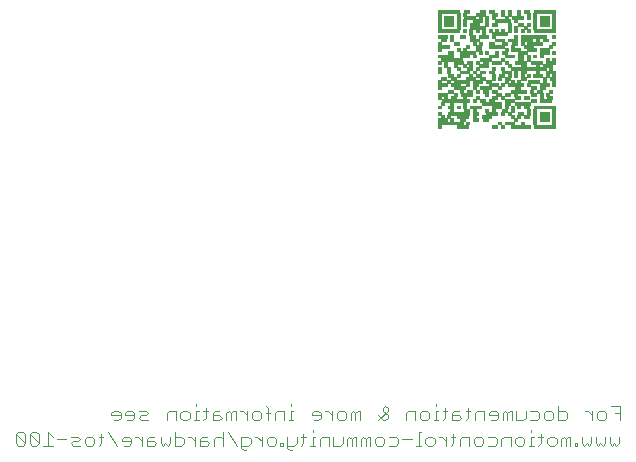
<source format=gbo>
G75*
G70*
%OFA0B0*%
%FSLAX24Y24*%
%IPPOS*%
%LPD*%
%AMOC8*
5,1,8,0,0,1.08239X$1,22.5*
%
%ADD10C,0.0040*%
%ADD11R,0.0106X0.0011*%
%ADD12R,0.0426X0.0011*%
%ADD13R,0.0213X0.0011*%
%ADD14R,0.0638X0.0011*%
%ADD15R,0.0745X0.0011*%
%ADD16R,0.0106X0.0011*%
%ADD17R,0.0426X0.0011*%
%ADD18R,0.0213X0.0011*%
%ADD19R,0.0638X0.0011*%
%ADD20R,0.0745X0.0011*%
%ADD21R,0.0851X0.0011*%
%ADD22R,0.0319X0.0011*%
%ADD23R,0.0851X0.0011*%
%ADD24R,0.0319X0.0011*%
%ADD25R,0.0106X0.0011*%
%ADD26R,0.0106X0.0011*%
%ADD27R,0.0213X0.0011*%
%ADD28R,0.0213X0.0011*%
%ADD29R,0.0532X0.0011*%
%ADD30R,0.0532X0.0011*%
%ADD31R,0.0958X0.0011*%
%ADD32R,0.0958X0.0011*%
%ADD33R,0.0532X0.0011*%
%ADD34R,0.0532X0.0011*%
%ADD35R,0.0426X0.0011*%
%ADD36R,0.0426X0.0011*%
%ADD37R,0.1170X0.0011*%
%ADD38R,0.1170X0.0011*%
%ADD39R,0.0745X0.0011*%
%ADD40R,0.0745X0.0011*%
%ADD41R,0.0319X0.0011*%
%ADD42R,0.0319X0.0011*%
%ADD43R,0.0851X0.0011*%
%ADD44R,0.0851X0.0011*%
D10*
X009038Y004526D02*
X009115Y004450D01*
X009268Y004450D01*
X009345Y004526D01*
X009038Y004833D01*
X009038Y004526D01*
X009345Y004526D02*
X009345Y004833D01*
X009268Y004910D01*
X009115Y004910D01*
X009038Y004833D01*
X009499Y004833D02*
X009499Y004526D01*
X009575Y004450D01*
X009729Y004450D01*
X009805Y004526D01*
X009499Y004833D01*
X009575Y004910D01*
X009729Y004910D01*
X009805Y004833D01*
X009805Y004526D01*
X009959Y004450D02*
X010266Y004450D01*
X010112Y004450D02*
X010112Y004910D01*
X010266Y004756D01*
X010419Y004680D02*
X010726Y004680D01*
X010880Y004756D02*
X011110Y004756D01*
X011186Y004680D01*
X011110Y004603D01*
X010956Y004603D01*
X010880Y004526D01*
X010956Y004450D01*
X011186Y004450D01*
X011340Y004526D02*
X011340Y004680D01*
X011417Y004756D01*
X011570Y004756D01*
X011647Y004680D01*
X011647Y004526D01*
X011570Y004450D01*
X011417Y004450D01*
X011340Y004526D01*
X011800Y004450D02*
X011877Y004526D01*
X011877Y004833D01*
X011954Y004756D02*
X011800Y004756D01*
X012107Y004910D02*
X012414Y004450D01*
X012568Y004603D02*
X012874Y004603D01*
X012874Y004526D02*
X012874Y004680D01*
X012798Y004756D01*
X012644Y004756D01*
X012568Y004680D01*
X012568Y004603D01*
X012644Y004450D02*
X012798Y004450D01*
X012874Y004526D01*
X013028Y004756D02*
X013105Y004756D01*
X013258Y004603D01*
X013258Y004450D02*
X013258Y004756D01*
X013412Y004680D02*
X013488Y004756D01*
X013642Y004756D01*
X013642Y004603D02*
X013412Y004603D01*
X013412Y004680D02*
X013412Y004450D01*
X013642Y004450D01*
X013718Y004526D01*
X013642Y004603D01*
X013872Y004526D02*
X013949Y004450D01*
X014025Y004526D01*
X014102Y004450D01*
X014179Y004526D01*
X014179Y004756D01*
X014332Y004756D02*
X014562Y004756D01*
X014639Y004680D01*
X014639Y004526D01*
X014562Y004450D01*
X014332Y004450D01*
X014332Y004910D01*
X013872Y004756D02*
X013872Y004526D01*
X014065Y005316D02*
X014065Y005546D01*
X014141Y005623D01*
X014372Y005623D01*
X014372Y005316D01*
X014525Y005392D02*
X014525Y005546D01*
X014602Y005623D01*
X014755Y005623D01*
X014832Y005546D01*
X014832Y005392D01*
X014755Y005316D01*
X014602Y005316D01*
X014525Y005392D01*
X014985Y005316D02*
X015139Y005316D01*
X015062Y005316D02*
X015062Y005623D01*
X015139Y005623D01*
X015292Y005623D02*
X015446Y005623D01*
X015369Y005699D02*
X015369Y005392D01*
X015292Y005316D01*
X015599Y005316D02*
X015599Y005546D01*
X015676Y005623D01*
X015829Y005623D01*
X015829Y005469D02*
X015599Y005469D01*
X015599Y005316D02*
X015829Y005316D01*
X015906Y005392D01*
X015829Y005469D01*
X016060Y005546D02*
X016060Y005316D01*
X016213Y005316D02*
X016213Y005546D01*
X016136Y005623D01*
X016060Y005546D01*
X016213Y005546D02*
X016290Y005623D01*
X016366Y005623D01*
X016366Y005316D01*
X016520Y005623D02*
X016597Y005623D01*
X016750Y005469D01*
X016750Y005316D02*
X016750Y005623D01*
X016904Y005546D02*
X016904Y005392D01*
X016980Y005316D01*
X017134Y005316D01*
X017210Y005392D01*
X017210Y005546D01*
X017134Y005623D01*
X016980Y005623D01*
X016904Y005546D01*
X017364Y005546D02*
X017517Y005546D01*
X017671Y005546D02*
X017671Y005316D01*
X017671Y005546D02*
X017747Y005623D01*
X017978Y005623D01*
X017978Y005316D01*
X018131Y005316D02*
X018285Y005316D01*
X018208Y005316D02*
X018208Y005623D01*
X018285Y005623D01*
X018208Y005776D02*
X018208Y005853D01*
X018898Y005546D02*
X018898Y005469D01*
X019205Y005469D01*
X019205Y005392D02*
X019205Y005546D01*
X019129Y005623D01*
X018975Y005623D01*
X018898Y005546D01*
X018975Y005316D02*
X019129Y005316D01*
X019205Y005392D01*
X019359Y005623D02*
X019435Y005623D01*
X019589Y005469D01*
X019589Y005316D02*
X019589Y005623D01*
X019742Y005546D02*
X019742Y005392D01*
X019819Y005316D01*
X019973Y005316D01*
X020049Y005392D01*
X020049Y005546D01*
X019973Y005623D01*
X019819Y005623D01*
X019742Y005546D01*
X020203Y005546D02*
X020203Y005316D01*
X020356Y005316D02*
X020356Y005546D01*
X020279Y005623D01*
X020203Y005546D01*
X020356Y005546D02*
X020433Y005623D01*
X020510Y005623D01*
X020510Y005316D01*
X020624Y004756D02*
X020547Y004680D01*
X020547Y004450D01*
X020700Y004450D02*
X020700Y004680D01*
X020624Y004756D01*
X020700Y004680D02*
X020777Y004756D01*
X020854Y004756D01*
X020854Y004450D01*
X021007Y004526D02*
X021007Y004680D01*
X021084Y004756D01*
X021238Y004756D01*
X021314Y004680D01*
X021314Y004526D01*
X021238Y004450D01*
X021084Y004450D01*
X021007Y004526D01*
X021468Y004450D02*
X021698Y004450D01*
X021775Y004526D01*
X021775Y004680D01*
X021698Y004756D01*
X021468Y004756D01*
X021928Y004680D02*
X022235Y004680D01*
X022388Y004450D02*
X022542Y004450D01*
X022465Y004450D02*
X022465Y004910D01*
X022542Y004910D01*
X022695Y004680D02*
X022772Y004756D01*
X022925Y004756D01*
X023002Y004680D01*
X023002Y004526D01*
X022925Y004450D01*
X022772Y004450D01*
X022695Y004526D01*
X022695Y004680D01*
X023156Y004756D02*
X023232Y004756D01*
X023386Y004603D01*
X023386Y004450D02*
X023386Y004756D01*
X023539Y004756D02*
X023693Y004756D01*
X023616Y004833D02*
X023616Y004526D01*
X023539Y004450D01*
X023846Y004450D02*
X023846Y004680D01*
X023923Y004756D01*
X024153Y004756D01*
X024153Y004450D01*
X024306Y004526D02*
X024306Y004680D01*
X024383Y004756D01*
X024537Y004756D01*
X024613Y004680D01*
X024613Y004526D01*
X024537Y004450D01*
X024383Y004450D01*
X024306Y004526D01*
X024767Y004450D02*
X024997Y004450D01*
X025074Y004526D01*
X025074Y004680D01*
X024997Y004756D01*
X024767Y004756D01*
X025227Y004680D02*
X025227Y004450D01*
X025227Y004680D02*
X025304Y004756D01*
X025534Y004756D01*
X025534Y004450D01*
X025688Y004526D02*
X025764Y004450D01*
X025918Y004450D01*
X025994Y004526D01*
X025994Y004680D01*
X025918Y004756D01*
X025764Y004756D01*
X025688Y004680D01*
X025688Y004526D01*
X026148Y004450D02*
X026301Y004450D01*
X026225Y004450D02*
X026225Y004756D01*
X026301Y004756D01*
X026455Y004756D02*
X026608Y004756D01*
X026532Y004833D02*
X026532Y004526D01*
X026455Y004450D01*
X026762Y004526D02*
X026762Y004680D01*
X026838Y004756D01*
X026992Y004756D01*
X027069Y004680D01*
X027069Y004526D01*
X026992Y004450D01*
X026838Y004450D01*
X026762Y004526D01*
X027222Y004450D02*
X027222Y004680D01*
X027299Y004756D01*
X027376Y004680D01*
X027376Y004450D01*
X027529Y004450D02*
X027529Y004756D01*
X027452Y004756D01*
X027376Y004680D01*
X027682Y004526D02*
X027682Y004450D01*
X027759Y004450D01*
X027759Y004526D01*
X027682Y004526D01*
X027913Y004526D02*
X027913Y004756D01*
X027913Y004526D02*
X027989Y004450D01*
X028066Y004526D01*
X028143Y004450D01*
X028219Y004526D01*
X028219Y004756D01*
X028373Y004756D02*
X028373Y004526D01*
X028450Y004450D01*
X028526Y004526D01*
X028603Y004450D01*
X028680Y004526D01*
X028680Y004756D01*
X028833Y004756D02*
X028833Y004526D01*
X028910Y004450D01*
X028987Y004526D01*
X029063Y004450D01*
X029140Y004526D01*
X029140Y004756D01*
X029180Y005316D02*
X029180Y005776D01*
X028873Y005776D01*
X029026Y005546D02*
X029180Y005546D01*
X028719Y005546D02*
X028719Y005392D01*
X028642Y005316D01*
X028489Y005316D01*
X028412Y005392D01*
X028412Y005546D01*
X028489Y005623D01*
X028642Y005623D01*
X028719Y005546D01*
X028259Y005623D02*
X028259Y005316D01*
X028259Y005469D02*
X028105Y005623D01*
X028029Y005623D01*
X027415Y005546D02*
X027415Y005392D01*
X027338Y005316D01*
X027108Y005316D01*
X027108Y005776D01*
X027108Y005623D02*
X027338Y005623D01*
X027415Y005546D01*
X026954Y005546D02*
X026954Y005392D01*
X026878Y005316D01*
X026724Y005316D01*
X026648Y005392D01*
X026648Y005546D01*
X026724Y005623D01*
X026878Y005623D01*
X026954Y005546D01*
X026494Y005546D02*
X026494Y005392D01*
X026417Y005316D01*
X026187Y005316D01*
X026034Y005392D02*
X026034Y005623D01*
X026187Y005623D02*
X026417Y005623D01*
X026494Y005546D01*
X026034Y005392D02*
X025957Y005316D01*
X025727Y005316D01*
X025727Y005623D01*
X025573Y005623D02*
X025497Y005623D01*
X025420Y005546D01*
X025343Y005623D01*
X025267Y005546D01*
X025267Y005316D01*
X025420Y005316D02*
X025420Y005546D01*
X025573Y005623D02*
X025573Y005316D01*
X025113Y005392D02*
X025113Y005546D01*
X025036Y005623D01*
X024883Y005623D01*
X024806Y005546D01*
X024806Y005469D01*
X025113Y005469D01*
X025113Y005392D02*
X025036Y005316D01*
X024883Y005316D01*
X024653Y005316D02*
X024653Y005623D01*
X024423Y005623D01*
X024346Y005546D01*
X024346Y005316D01*
X024116Y005392D02*
X024039Y005316D01*
X024116Y005392D02*
X024116Y005699D01*
X024192Y005623D02*
X024039Y005623D01*
X023809Y005623D02*
X023655Y005623D01*
X023579Y005546D01*
X023579Y005316D01*
X023809Y005316D01*
X023885Y005392D01*
X023809Y005469D01*
X023579Y005469D01*
X023425Y005623D02*
X023272Y005623D01*
X023348Y005699D02*
X023348Y005392D01*
X023272Y005316D01*
X023118Y005316D02*
X022965Y005316D01*
X023042Y005316D02*
X023042Y005623D01*
X023118Y005623D01*
X023042Y005776D02*
X023042Y005853D01*
X022811Y005546D02*
X022811Y005392D01*
X022735Y005316D01*
X022581Y005316D01*
X022504Y005392D01*
X022504Y005546D01*
X022581Y005623D01*
X022735Y005623D01*
X022811Y005546D01*
X022351Y005623D02*
X022351Y005316D01*
X022351Y005623D02*
X022121Y005623D01*
X022044Y005546D01*
X022044Y005316D01*
X021430Y005392D02*
X021430Y005469D01*
X021277Y005623D01*
X021277Y005699D01*
X021354Y005776D01*
X021430Y005699D01*
X021430Y005623D01*
X021123Y005316D01*
X021123Y005469D02*
X021277Y005316D01*
X021354Y005316D01*
X021430Y005392D01*
X020394Y004756D02*
X020317Y004756D01*
X020240Y004680D01*
X020163Y004756D01*
X020087Y004680D01*
X020087Y004450D01*
X020240Y004450D02*
X020240Y004680D01*
X020394Y004756D02*
X020394Y004450D01*
X019933Y004526D02*
X019933Y004756D01*
X019933Y004526D02*
X019856Y004450D01*
X019626Y004450D01*
X019626Y004756D01*
X019473Y004756D02*
X019243Y004756D01*
X019166Y004680D01*
X019166Y004450D01*
X019012Y004450D02*
X018859Y004450D01*
X018936Y004450D02*
X018936Y004756D01*
X019012Y004756D01*
X018936Y004910D02*
X018936Y004987D01*
X018706Y004756D02*
X018552Y004756D01*
X018629Y004833D02*
X018629Y004526D01*
X018552Y004450D01*
X018399Y004526D02*
X018322Y004450D01*
X018092Y004450D01*
X018092Y004373D02*
X018169Y004296D01*
X018245Y004296D01*
X018092Y004373D02*
X018092Y004756D01*
X017938Y004526D02*
X017862Y004526D01*
X017862Y004450D01*
X017938Y004450D01*
X017938Y004526D01*
X017708Y004526D02*
X017631Y004450D01*
X017478Y004450D01*
X017401Y004526D01*
X017401Y004680D01*
X017478Y004756D01*
X017631Y004756D01*
X017708Y004680D01*
X017708Y004526D01*
X017248Y004450D02*
X017248Y004756D01*
X017248Y004603D02*
X017094Y004756D01*
X017018Y004756D01*
X016864Y004680D02*
X016864Y004526D01*
X016787Y004450D01*
X016557Y004450D01*
X016557Y004373D02*
X016557Y004756D01*
X016787Y004756D01*
X016864Y004680D01*
X016711Y004296D02*
X016634Y004296D01*
X016557Y004373D01*
X016404Y004450D02*
X016097Y004910D01*
X015943Y004910D02*
X015943Y004450D01*
X015943Y004680D02*
X015867Y004756D01*
X015713Y004756D01*
X015637Y004680D01*
X015637Y004450D01*
X015483Y004526D02*
X015406Y004450D01*
X015176Y004450D01*
X015176Y004680D01*
X015253Y004756D01*
X015406Y004756D01*
X015406Y004603D02*
X015176Y004603D01*
X015023Y004603D02*
X014869Y004756D01*
X014793Y004756D01*
X015023Y004756D02*
X015023Y004450D01*
X015406Y004603D02*
X015483Y004526D01*
X015062Y005776D02*
X015062Y005853D01*
X013451Y005546D02*
X013374Y005623D01*
X013144Y005623D01*
X012991Y005546D02*
X012914Y005623D01*
X012760Y005623D01*
X012684Y005546D01*
X012684Y005469D01*
X012991Y005469D01*
X012991Y005392D02*
X012991Y005546D01*
X012991Y005392D02*
X012914Y005316D01*
X012760Y005316D01*
X012530Y005392D02*
X012530Y005546D01*
X012453Y005623D01*
X012300Y005623D01*
X012223Y005546D01*
X012223Y005469D01*
X012530Y005469D01*
X012530Y005392D02*
X012453Y005316D01*
X012300Y005316D01*
X013144Y005392D02*
X013221Y005469D01*
X013374Y005469D01*
X013451Y005546D01*
X013451Y005316D02*
X013221Y005316D01*
X013144Y005392D01*
X017364Y005776D02*
X017441Y005699D01*
X017441Y005316D01*
X018399Y004756D02*
X018399Y004526D01*
X019473Y004450D02*
X019473Y004756D01*
X026225Y004910D02*
X026225Y004987D01*
D11*
X025293Y015020D03*
X025293Y015031D03*
X025293Y015052D03*
X025293Y015063D03*
X025293Y015084D03*
X025293Y015095D03*
X025293Y015105D03*
X025186Y015127D03*
X025186Y015137D03*
X025186Y015148D03*
X025186Y015169D03*
X025186Y015180D03*
X025186Y015201D03*
X025186Y015212D03*
X025186Y015222D03*
X025293Y015446D03*
X025293Y015456D03*
X025293Y015478D03*
X025293Y015488D03*
X025293Y015499D03*
X025293Y015520D03*
X025293Y015531D03*
X025293Y015542D03*
X025506Y015542D03*
X025506Y015531D03*
X025506Y015520D03*
X025506Y015499D03*
X025506Y015488D03*
X025506Y015478D03*
X025506Y015456D03*
X025506Y015446D03*
X025612Y015424D03*
X025612Y015414D03*
X025612Y015403D03*
X025612Y015382D03*
X025612Y015371D03*
X025612Y015361D03*
X025612Y015339D03*
X025825Y015339D03*
X025825Y015361D03*
X025825Y015371D03*
X025825Y015382D03*
X025825Y015403D03*
X025825Y015414D03*
X025825Y015424D03*
X025931Y015222D03*
X025931Y015212D03*
X025931Y015201D03*
X025931Y015180D03*
X025931Y015169D03*
X025931Y015148D03*
X025931Y015137D03*
X025931Y015127D03*
X026357Y015127D03*
X026357Y015137D03*
X026357Y015148D03*
X026357Y015169D03*
X026357Y015180D03*
X026357Y015201D03*
X026357Y015212D03*
X026357Y015222D03*
X026357Y015244D03*
X026357Y015254D03*
X026357Y015265D03*
X026357Y015286D03*
X026357Y015297D03*
X026357Y015307D03*
X026357Y015329D03*
X026357Y015339D03*
X026357Y015361D03*
X026357Y015371D03*
X026357Y015382D03*
X026357Y015403D03*
X026357Y015414D03*
X026357Y015424D03*
X026357Y015446D03*
X026357Y015456D03*
X026357Y015478D03*
X026357Y015488D03*
X026357Y015499D03*
X026357Y015520D03*
X026357Y015531D03*
X026357Y015542D03*
X026357Y015563D03*
X026357Y015573D03*
X026357Y015595D03*
X026357Y015605D03*
X026357Y015616D03*
X026357Y015637D03*
X026357Y015648D03*
X025825Y015659D03*
X025825Y015680D03*
X025825Y015691D03*
X025825Y015701D03*
X025825Y015722D03*
X025825Y015733D03*
X025825Y015754D03*
X025612Y015754D03*
X025612Y015733D03*
X025612Y015722D03*
X025612Y015701D03*
X025612Y015691D03*
X025612Y015680D03*
X025612Y015659D03*
X025612Y015648D03*
X025612Y015637D03*
X025612Y015616D03*
X025612Y015605D03*
X025612Y015595D03*
X025612Y015573D03*
X025612Y015563D03*
X025293Y015988D03*
X025293Y015999D03*
X025293Y016010D03*
X025293Y016031D03*
X025293Y016042D03*
X025293Y016052D03*
X025293Y016074D03*
X025186Y016308D03*
X025186Y016318D03*
X025186Y016329D03*
X025186Y016350D03*
X025186Y016361D03*
X025186Y016382D03*
X025186Y016393D03*
X025293Y016403D03*
X025293Y016425D03*
X025293Y016435D03*
X025293Y016446D03*
X025293Y016467D03*
X025293Y016478D03*
X025293Y016489D03*
X025186Y016627D03*
X025186Y016638D03*
X025186Y016659D03*
X025186Y016669D03*
X025186Y016680D03*
X025186Y016701D03*
X025186Y016712D03*
X024974Y016712D03*
X024974Y016723D03*
X024974Y016744D03*
X024974Y016755D03*
X024974Y016776D03*
X024974Y016786D03*
X024974Y016797D03*
X024974Y016818D03*
X024974Y016701D03*
X024974Y016680D03*
X024974Y016669D03*
X024974Y016659D03*
X024974Y016638D03*
X024974Y016627D03*
X024974Y016935D03*
X024974Y016946D03*
X024974Y016957D03*
X024974Y016978D03*
X024974Y016989D03*
X024974Y016999D03*
X024974Y017021D03*
X024974Y017031D03*
X025293Y017031D03*
X025293Y017021D03*
X025293Y016999D03*
X025293Y016989D03*
X025293Y016978D03*
X025293Y016957D03*
X025293Y016946D03*
X025293Y016935D03*
X025506Y016818D03*
X025506Y016797D03*
X025506Y016786D03*
X025506Y016776D03*
X025506Y016755D03*
X025506Y016744D03*
X025506Y016723D03*
X025612Y016606D03*
X025612Y016595D03*
X025612Y016584D03*
X025612Y016563D03*
X025612Y016552D03*
X025612Y016542D03*
X025612Y016520D03*
X025612Y016510D03*
X025825Y016510D03*
X025825Y016520D03*
X025825Y016542D03*
X025825Y016552D03*
X025825Y016563D03*
X025825Y016584D03*
X025825Y016595D03*
X025825Y016606D03*
X025931Y016723D03*
X025931Y016744D03*
X025931Y016755D03*
X025931Y016776D03*
X025931Y016786D03*
X025931Y016797D03*
X025931Y016818D03*
X025506Y017053D03*
X025506Y017063D03*
X025506Y017074D03*
X025506Y017095D03*
X025506Y017106D03*
X025506Y017116D03*
X025506Y017138D03*
X025293Y017255D03*
X025293Y017265D03*
X025293Y017276D03*
X025293Y017297D03*
X025293Y017308D03*
X025293Y017329D03*
X025293Y017340D03*
X025293Y017350D03*
X025612Y017691D03*
X025612Y017702D03*
X025612Y017723D03*
X025612Y017734D03*
X025612Y017744D03*
X025612Y017765D03*
X025612Y017776D03*
X025931Y017787D03*
X025931Y017808D03*
X025931Y017819D03*
X025931Y017840D03*
X025931Y017851D03*
X025931Y017861D03*
X025931Y017882D03*
X025931Y018212D03*
X025931Y018234D03*
X025931Y018244D03*
X025931Y018255D03*
X025931Y018276D03*
X025931Y018287D03*
X025931Y018297D03*
X026038Y018319D03*
X026038Y018329D03*
X026038Y018351D03*
X026038Y018361D03*
X026038Y018372D03*
X026038Y018393D03*
X026038Y018404D03*
X026038Y018414D03*
X026357Y018414D03*
X026357Y018404D03*
X026357Y018393D03*
X026357Y018372D03*
X026357Y018361D03*
X026357Y018351D03*
X026357Y018329D03*
X026357Y018319D03*
X026357Y018436D03*
X026357Y018446D03*
X026357Y018457D03*
X026357Y018478D03*
X026357Y018489D03*
X026357Y018510D03*
X026357Y018521D03*
X026357Y018532D03*
X026357Y018553D03*
X026357Y018563D03*
X026357Y018574D03*
X026357Y018595D03*
X026357Y018606D03*
X026357Y018627D03*
X026357Y018638D03*
X026357Y018649D03*
X026357Y018670D03*
X026357Y018681D03*
X026357Y018691D03*
X026357Y018712D03*
X026357Y018723D03*
X026357Y018744D03*
X026357Y018755D03*
X026357Y018766D03*
X026357Y018787D03*
X026357Y018798D03*
X026357Y018808D03*
X026357Y018829D03*
X026357Y018840D03*
X025825Y018840D03*
X025825Y018829D03*
X025825Y018808D03*
X025825Y018798D03*
X025825Y018787D03*
X025825Y018766D03*
X025825Y018755D03*
X025825Y018744D03*
X025825Y018851D03*
X025825Y018872D03*
X025825Y018883D03*
X025825Y018904D03*
X025825Y018915D03*
X025825Y018925D03*
X025825Y018947D03*
X025506Y018947D03*
X025506Y018925D03*
X025506Y018915D03*
X025506Y018904D03*
X025506Y018883D03*
X025506Y018872D03*
X025506Y018851D03*
X025506Y018840D03*
X025506Y018829D03*
X025506Y018808D03*
X025506Y018798D03*
X025506Y018787D03*
X025506Y018766D03*
X025506Y018755D03*
X025506Y018744D03*
X025293Y018744D03*
X025293Y018755D03*
X025293Y018766D03*
X025293Y018787D03*
X025293Y018798D03*
X025293Y018808D03*
X025293Y018829D03*
X025293Y018840D03*
X025293Y018851D03*
X025293Y018872D03*
X025293Y018883D03*
X025293Y018904D03*
X025293Y018915D03*
X025293Y018925D03*
X025293Y018947D03*
X024974Y018723D03*
X024974Y018712D03*
X024974Y018691D03*
X024974Y018681D03*
X024974Y018670D03*
X024974Y018649D03*
X024974Y018638D03*
X024761Y018638D03*
X024761Y018649D03*
X024761Y018670D03*
X024761Y018681D03*
X024761Y018691D03*
X024761Y018712D03*
X024761Y018723D03*
X024761Y018627D03*
X024761Y018606D03*
X024761Y018595D03*
X024761Y018574D03*
X024761Y018563D03*
X024761Y018553D03*
X024761Y018532D03*
X024761Y018521D03*
X024761Y018510D03*
X024761Y018489D03*
X024761Y018478D03*
X024761Y018457D03*
X024761Y018446D03*
X024761Y018436D03*
X024867Y018297D03*
X024867Y018287D03*
X024867Y018276D03*
X024867Y018255D03*
X024867Y018244D03*
X024867Y018234D03*
X024867Y018212D03*
X024974Y018095D03*
X024974Y018085D03*
X024974Y018063D03*
X024974Y018053D03*
X024974Y018042D03*
X024974Y018021D03*
X024974Y018010D03*
X024974Y018000D03*
X025293Y018212D03*
X025293Y018234D03*
X025293Y018244D03*
X025293Y018255D03*
X025293Y018276D03*
X025293Y018287D03*
X025293Y018297D03*
X025506Y018297D03*
X025506Y018287D03*
X025506Y018276D03*
X025506Y018255D03*
X025506Y018244D03*
X025506Y018234D03*
X025506Y018212D03*
X025506Y018319D03*
X025506Y018329D03*
X025506Y018351D03*
X025506Y018361D03*
X025506Y018372D03*
X025506Y018393D03*
X025506Y018404D03*
X025506Y018414D03*
X025506Y018436D03*
X025506Y018446D03*
X025506Y018457D03*
X025506Y018478D03*
X025506Y018489D03*
X025506Y018510D03*
X025506Y018521D03*
X024548Y018638D03*
X024548Y018649D03*
X024548Y018670D03*
X024548Y018681D03*
X024548Y018691D03*
X024548Y018712D03*
X024548Y018723D03*
X024442Y018297D03*
X024442Y018287D03*
X024442Y018276D03*
X024442Y018255D03*
X024442Y018244D03*
X024442Y018234D03*
X024442Y018212D03*
X024229Y018212D03*
X024229Y018202D03*
X024229Y018180D03*
X024229Y018170D03*
X024229Y018159D03*
X024229Y018138D03*
X024229Y018127D03*
X024229Y018117D03*
X024229Y018234D03*
X024229Y018244D03*
X024229Y018255D03*
X024229Y018276D03*
X024229Y018287D03*
X024229Y018297D03*
X024016Y018297D03*
X024016Y018287D03*
X024016Y018276D03*
X024016Y018255D03*
X024016Y018244D03*
X024016Y018234D03*
X024016Y018212D03*
X024016Y018436D03*
X024016Y018446D03*
X024016Y018457D03*
X024016Y018478D03*
X024016Y018489D03*
X024016Y018510D03*
X024016Y018521D03*
X024016Y018532D03*
X024016Y018553D03*
X024016Y018563D03*
X024016Y018574D03*
X024016Y018595D03*
X024016Y018606D03*
X024016Y018627D03*
X024016Y018744D03*
X024016Y018755D03*
X024016Y018766D03*
X024016Y018787D03*
X024016Y018798D03*
X024016Y018808D03*
X024016Y018829D03*
X024016Y018840D03*
X023803Y018840D03*
X023803Y018829D03*
X023803Y018808D03*
X023803Y018798D03*
X023803Y018787D03*
X023803Y018766D03*
X023803Y018755D03*
X023803Y018744D03*
X023803Y018723D03*
X023803Y018712D03*
X023803Y018691D03*
X023803Y018681D03*
X023803Y018670D03*
X023803Y018649D03*
X023803Y018638D03*
X023803Y018627D03*
X023803Y018606D03*
X023803Y018595D03*
X023803Y018574D03*
X023803Y018563D03*
X023803Y018553D03*
X023803Y018532D03*
X023803Y018521D03*
X023803Y018510D03*
X023803Y018489D03*
X023803Y018478D03*
X023803Y018457D03*
X023803Y018446D03*
X023803Y018436D03*
X023803Y018414D03*
X023803Y018404D03*
X023803Y018393D03*
X023803Y018372D03*
X023803Y018361D03*
X023803Y018351D03*
X023803Y018329D03*
X023803Y018319D03*
X023165Y018319D03*
X023165Y018329D03*
X023165Y018351D03*
X023165Y018361D03*
X023165Y018372D03*
X023165Y018393D03*
X023165Y018404D03*
X023165Y018414D03*
X023165Y018436D03*
X023165Y018446D03*
X023165Y018457D03*
X023165Y018478D03*
X023165Y018489D03*
X023165Y018510D03*
X023165Y018521D03*
X023165Y018532D03*
X023165Y018553D03*
X023165Y018563D03*
X023165Y018574D03*
X023165Y018595D03*
X023165Y018606D03*
X023165Y018627D03*
X023165Y018638D03*
X023165Y018649D03*
X023165Y018670D03*
X023165Y018681D03*
X023165Y018691D03*
X023165Y018712D03*
X023165Y018723D03*
X023165Y018744D03*
X023165Y018755D03*
X023165Y018766D03*
X023165Y018787D03*
X023165Y018798D03*
X023165Y018808D03*
X023165Y018829D03*
X023165Y018840D03*
X023165Y017882D03*
X023165Y017861D03*
X023165Y017851D03*
X023165Y017840D03*
X023165Y017819D03*
X023165Y017808D03*
X023165Y017787D03*
X023165Y017670D03*
X023165Y017659D03*
X023165Y017648D03*
X023165Y017627D03*
X023165Y017616D03*
X023165Y017606D03*
X023165Y017585D03*
X023165Y017574D03*
X023165Y017233D03*
X023165Y017223D03*
X023165Y017212D03*
X023165Y017191D03*
X023165Y017180D03*
X023165Y017170D03*
X023165Y017148D03*
X023165Y017031D03*
X023165Y017021D03*
X023165Y016999D03*
X023165Y016989D03*
X023165Y016978D03*
X023165Y016957D03*
X023165Y016946D03*
X023165Y016935D03*
X023165Y016914D03*
X023165Y016904D03*
X023165Y016882D03*
X023165Y016872D03*
X023165Y016861D03*
X023165Y016840D03*
X023165Y016829D03*
X023165Y016606D03*
X023165Y016595D03*
X023165Y016584D03*
X023165Y016563D03*
X023165Y016552D03*
X023165Y016542D03*
X023165Y016520D03*
X023165Y016510D03*
X023165Y016393D03*
X023165Y016382D03*
X023165Y016361D03*
X023165Y016350D03*
X023165Y016329D03*
X023165Y016318D03*
X023165Y016308D03*
X023165Y016074D03*
X023165Y016052D03*
X023165Y016042D03*
X023165Y016031D03*
X023165Y016010D03*
X023165Y015999D03*
X023165Y015988D03*
X023378Y015988D03*
X023378Y015999D03*
X023378Y016010D03*
X023378Y016031D03*
X023378Y016042D03*
X023378Y016052D03*
X023378Y016074D03*
X023697Y016084D03*
X023697Y016095D03*
X023697Y016116D03*
X023697Y016127D03*
X023697Y016148D03*
X023697Y016159D03*
X023697Y016169D03*
X024016Y016074D03*
X024016Y016052D03*
X024016Y016042D03*
X024016Y016031D03*
X024016Y016010D03*
X024016Y015999D03*
X024016Y015988D03*
X024016Y015850D03*
X024016Y015839D03*
X024016Y015818D03*
X024016Y015808D03*
X024016Y015797D03*
X024016Y015776D03*
X024016Y015765D03*
X024016Y015754D03*
X024016Y015733D03*
X024016Y015722D03*
X024016Y015701D03*
X024016Y015691D03*
X024016Y015680D03*
X024016Y015659D03*
X023803Y015659D03*
X023803Y015680D03*
X023803Y015691D03*
X023803Y015701D03*
X023803Y015722D03*
X023803Y015733D03*
X023803Y015754D03*
X023484Y015424D03*
X023484Y015414D03*
X023484Y015403D03*
X023484Y015382D03*
X023484Y015371D03*
X023484Y015361D03*
X023484Y015339D03*
X023165Y015446D03*
X023165Y015456D03*
X023165Y015478D03*
X023165Y015488D03*
X023165Y015499D03*
X023165Y015520D03*
X023165Y015531D03*
X023165Y015542D03*
X023165Y015659D03*
X023165Y015680D03*
X023165Y015691D03*
X023165Y015701D03*
X023165Y015722D03*
X023165Y015733D03*
X023165Y015754D03*
X023165Y015105D03*
X023165Y015095D03*
X023165Y015084D03*
X023165Y015063D03*
X023165Y015052D03*
X023165Y015031D03*
X023165Y015020D03*
X024122Y015127D03*
X024122Y015137D03*
X024122Y015148D03*
X024122Y015169D03*
X024122Y015180D03*
X024122Y015201D03*
X024122Y015212D03*
X024122Y015222D03*
X024761Y015563D03*
X024761Y015573D03*
X024761Y015595D03*
X024761Y015605D03*
X024761Y015616D03*
X024761Y015637D03*
X024761Y015648D03*
X024974Y015648D03*
X024974Y015637D03*
X024974Y015616D03*
X024974Y015605D03*
X024974Y015595D03*
X024974Y015573D03*
X024974Y015563D03*
X024761Y016084D03*
X024761Y016095D03*
X024761Y016116D03*
X024761Y016127D03*
X024761Y016148D03*
X024761Y016159D03*
X024761Y016169D03*
X024442Y016191D03*
X024442Y016201D03*
X024442Y016212D03*
X024442Y016233D03*
X024442Y016244D03*
X024442Y016265D03*
X024442Y016276D03*
X024442Y016286D03*
X024442Y016074D03*
X024442Y016052D03*
X024442Y016042D03*
X024442Y016031D03*
X024442Y016010D03*
X024442Y015999D03*
X024442Y015988D03*
X024122Y016403D03*
X024122Y016425D03*
X024122Y016435D03*
X024122Y016446D03*
X024122Y016467D03*
X024122Y016478D03*
X024122Y016489D03*
X024229Y016723D03*
X024229Y016744D03*
X024229Y016755D03*
X024229Y016776D03*
X024229Y016786D03*
X024229Y016797D03*
X024229Y016818D03*
X024229Y017053D03*
X024229Y017063D03*
X024229Y017074D03*
X024229Y017095D03*
X024229Y017106D03*
X024229Y017116D03*
X024229Y017138D03*
X024442Y017148D03*
X024442Y017170D03*
X024442Y017180D03*
X024442Y017191D03*
X024442Y017212D03*
X024442Y017223D03*
X024442Y017233D03*
X024442Y017031D03*
X024442Y017021D03*
X024442Y016999D03*
X024442Y016989D03*
X024442Y016978D03*
X024442Y016957D03*
X024442Y016946D03*
X024442Y016935D03*
X024016Y017053D03*
X024016Y017063D03*
X024016Y017074D03*
X024016Y017095D03*
X024016Y017106D03*
X024016Y017116D03*
X024016Y017138D03*
X023803Y017031D03*
X023803Y017021D03*
X023803Y016999D03*
X023803Y016989D03*
X023803Y016978D03*
X023803Y016957D03*
X023803Y016946D03*
X023803Y016935D03*
X023803Y016818D03*
X023803Y016797D03*
X023803Y016786D03*
X023803Y016776D03*
X023803Y016755D03*
X023803Y016744D03*
X023803Y016723D03*
X023484Y016829D03*
X023484Y016840D03*
X023484Y016861D03*
X023484Y016872D03*
X023484Y016882D03*
X023484Y016904D03*
X023484Y016914D03*
X023484Y016935D03*
X023484Y016946D03*
X023484Y016957D03*
X023484Y016978D03*
X023484Y016989D03*
X023484Y016999D03*
X023484Y017021D03*
X023484Y017031D03*
X023378Y017053D03*
X023378Y017063D03*
X023378Y017074D03*
X023378Y017095D03*
X023378Y017106D03*
X023378Y017116D03*
X023378Y017138D03*
X023378Y017148D03*
X023378Y017170D03*
X023378Y017180D03*
X023378Y017191D03*
X023378Y017212D03*
X023378Y017223D03*
X023378Y017233D03*
X023697Y017138D03*
X023697Y017116D03*
X023697Y017106D03*
X023697Y017095D03*
X023697Y017074D03*
X023697Y017063D03*
X023697Y017053D03*
X023484Y016606D03*
X023484Y016595D03*
X023484Y016584D03*
X023484Y016563D03*
X023484Y016552D03*
X023484Y016542D03*
X023484Y016520D03*
X023484Y016510D03*
X024548Y017467D03*
X024548Y017489D03*
X024548Y017499D03*
X024548Y017510D03*
X024548Y017531D03*
X024548Y017542D03*
X024548Y017563D03*
X024761Y017563D03*
X024761Y017542D03*
X024761Y017531D03*
X024761Y017510D03*
X024761Y017499D03*
X024761Y017489D03*
X024761Y017467D03*
X024548Y017787D03*
X024548Y017808D03*
X024548Y017819D03*
X024548Y017840D03*
X024548Y017851D03*
X024548Y017861D03*
X024548Y017882D03*
X024122Y017776D03*
X024122Y017765D03*
X024122Y017744D03*
X024122Y017734D03*
X024122Y017723D03*
X024122Y017702D03*
X024122Y017691D03*
X024016Y017670D03*
X024016Y017659D03*
X024016Y017648D03*
X024016Y017627D03*
X024016Y017616D03*
X024016Y017606D03*
X024016Y017585D03*
X024016Y017574D03*
X023803Y017574D03*
X023803Y017585D03*
X023803Y017606D03*
X023803Y017616D03*
X023803Y017627D03*
X023803Y017648D03*
X023803Y017659D03*
X023803Y017670D03*
X026357Y017457D03*
X026357Y017446D03*
X026357Y017425D03*
X026357Y017414D03*
X026357Y017393D03*
X026357Y017382D03*
X026357Y017372D03*
X026570Y017372D03*
X026570Y017382D03*
X026570Y017393D03*
X026570Y017414D03*
X026570Y017425D03*
X026570Y017446D03*
X026570Y017457D03*
X026889Y017691D03*
X026889Y017702D03*
X026889Y017723D03*
X026889Y017734D03*
X026889Y017744D03*
X026889Y017765D03*
X026889Y017776D03*
X026995Y017787D03*
X026995Y017808D03*
X026995Y017819D03*
X026995Y017840D03*
X026995Y017851D03*
X026995Y017861D03*
X026995Y017882D03*
X026995Y018000D03*
X026995Y018010D03*
X026995Y018021D03*
X026995Y018042D03*
X026995Y018053D03*
X026995Y018063D03*
X026995Y018085D03*
X026995Y018095D03*
X026995Y018319D03*
X026995Y018329D03*
X026995Y018351D03*
X026995Y018361D03*
X026995Y018372D03*
X026995Y018393D03*
X026995Y018404D03*
X026995Y018414D03*
X026995Y018436D03*
X026995Y018446D03*
X026995Y018457D03*
X026995Y018478D03*
X026995Y018489D03*
X026995Y018510D03*
X026995Y018521D03*
X026995Y018532D03*
X026995Y018553D03*
X026995Y018563D03*
X026995Y018574D03*
X026995Y018595D03*
X026995Y018606D03*
X026995Y018627D03*
X026995Y018638D03*
X026995Y018649D03*
X026995Y018670D03*
X026995Y018681D03*
X026995Y018691D03*
X026995Y018712D03*
X026995Y018723D03*
X026995Y018744D03*
X026995Y018755D03*
X026995Y018766D03*
X026995Y018787D03*
X026995Y018798D03*
X026995Y018808D03*
X026995Y018829D03*
X026995Y018840D03*
X026995Y017563D03*
X026995Y017542D03*
X026995Y017531D03*
X026995Y017510D03*
X026995Y017499D03*
X026995Y017489D03*
X026995Y017467D03*
X026995Y017350D03*
X026995Y017340D03*
X026995Y017329D03*
X026995Y017308D03*
X026995Y017297D03*
X026995Y017276D03*
X026995Y017265D03*
X026995Y017255D03*
X026889Y017031D03*
X026889Y017021D03*
X026889Y016999D03*
X026889Y016989D03*
X026889Y016978D03*
X026889Y016957D03*
X026889Y016946D03*
X026889Y016935D03*
X026995Y016818D03*
X026995Y016797D03*
X026995Y016786D03*
X026995Y016776D03*
X026995Y016755D03*
X026995Y016744D03*
X026995Y016723D03*
X026995Y016606D03*
X026995Y016595D03*
X026995Y016584D03*
X026995Y016563D03*
X026995Y016552D03*
X026995Y016542D03*
X026995Y016520D03*
X026995Y016510D03*
X026995Y016489D03*
X026995Y016478D03*
X026995Y016467D03*
X026995Y016446D03*
X026995Y016435D03*
X026995Y016425D03*
X026995Y016403D03*
X026889Y016286D03*
X026889Y016276D03*
X026889Y016265D03*
X026889Y016244D03*
X026889Y016233D03*
X026889Y016212D03*
X026889Y016201D03*
X026889Y016191D03*
X026570Y016169D03*
X026570Y016159D03*
X026570Y016148D03*
X026570Y016127D03*
X026570Y016116D03*
X026570Y016095D03*
X026570Y016084D03*
X026570Y016074D03*
X026570Y016052D03*
X026570Y016042D03*
X026570Y016031D03*
X026570Y016010D03*
X026570Y015999D03*
X026570Y015988D03*
X026250Y016191D03*
X026250Y016201D03*
X026250Y016212D03*
X026250Y016233D03*
X026250Y016244D03*
X026250Y016265D03*
X026250Y016276D03*
X026250Y016286D03*
X026676Y016510D03*
X026676Y016520D03*
X026676Y016542D03*
X026676Y016552D03*
X026676Y016563D03*
X026676Y016584D03*
X026676Y016595D03*
X026676Y016606D03*
X026676Y016627D03*
X026676Y016638D03*
X026676Y016659D03*
X026676Y016669D03*
X026676Y016680D03*
X026676Y016701D03*
X026676Y016712D03*
X026995Y015648D03*
X026995Y015637D03*
X026995Y015616D03*
X026995Y015605D03*
X026995Y015595D03*
X026995Y015573D03*
X026995Y015563D03*
X026995Y015542D03*
X026995Y015531D03*
X026995Y015520D03*
X026995Y015499D03*
X026995Y015488D03*
X026995Y015478D03*
X026995Y015456D03*
X026995Y015446D03*
X026995Y015424D03*
X026995Y015414D03*
X026995Y015403D03*
X026995Y015382D03*
X026995Y015371D03*
X026995Y015361D03*
X026995Y015339D03*
X026995Y015329D03*
X026995Y015307D03*
X026995Y015297D03*
X026995Y015286D03*
X026995Y015265D03*
X026995Y015254D03*
X026995Y015244D03*
X026995Y015222D03*
X026995Y015212D03*
X026995Y015201D03*
X026995Y015180D03*
X026995Y015169D03*
X026995Y015148D03*
X026995Y015137D03*
X026995Y015127D03*
D12*
X026729Y015871D03*
X026729Y015882D03*
X026729Y015893D03*
X026729Y015914D03*
X026729Y015925D03*
X026729Y015935D03*
X026729Y015957D03*
X026729Y015967D03*
X026410Y017148D03*
X026410Y017170D03*
X026410Y017180D03*
X026410Y017191D03*
X026410Y017212D03*
X026410Y017223D03*
X026410Y017233D03*
X025878Y017233D03*
X025878Y017223D03*
X025878Y017212D03*
X025878Y017191D03*
X025878Y017180D03*
X025878Y017170D03*
X025878Y017148D03*
X026091Y017893D03*
X026091Y017904D03*
X026091Y017925D03*
X026091Y017936D03*
X026091Y017957D03*
X026091Y017968D03*
X026091Y017978D03*
X025772Y018638D03*
X025772Y018649D03*
X025772Y018670D03*
X025772Y018681D03*
X025772Y018691D03*
X025772Y018712D03*
X025772Y018723D03*
X024176Y018723D03*
X024176Y018712D03*
X024176Y018691D03*
X024176Y018681D03*
X024176Y018670D03*
X024176Y018649D03*
X024176Y018638D03*
X023324Y017776D03*
X023324Y017765D03*
X023324Y017744D03*
X023324Y017734D03*
X023324Y017723D03*
X023324Y017702D03*
X023324Y017691D03*
X023856Y016393D03*
X023856Y016382D03*
X023856Y016361D03*
X023856Y016350D03*
X023856Y016329D03*
X023856Y016318D03*
X023856Y016308D03*
X024069Y016169D03*
X024069Y016159D03*
X024069Y016148D03*
X024069Y016127D03*
X024069Y016116D03*
X024069Y016095D03*
X024069Y016084D03*
X024388Y015754D03*
X024388Y015733D03*
X024388Y015722D03*
X024388Y015701D03*
X024388Y015691D03*
X024388Y015680D03*
X024388Y015659D03*
X023963Y015424D03*
X023963Y015414D03*
X023963Y015403D03*
X023963Y015382D03*
X023963Y015371D03*
X023963Y015361D03*
X023963Y015339D03*
X023963Y015105D03*
X023963Y015095D03*
X023963Y015084D03*
X023963Y015063D03*
X023963Y015052D03*
X023963Y015031D03*
X023963Y015020D03*
X024920Y015446D03*
X024920Y015456D03*
X024920Y015478D03*
X024920Y015488D03*
X024920Y015499D03*
X024920Y015520D03*
X024920Y015531D03*
X024920Y015542D03*
X024708Y016308D03*
X024708Y016318D03*
X024708Y016329D03*
X024708Y016350D03*
X024708Y016361D03*
X024708Y016382D03*
X024708Y016393D03*
X024708Y017255D03*
X024708Y017265D03*
X024708Y017276D03*
X024708Y017297D03*
X024708Y017308D03*
X024708Y017329D03*
X024708Y017340D03*
X024708Y017350D03*
D13*
X024708Y017233D03*
X024708Y017223D03*
X024708Y017212D03*
X024708Y017191D03*
X024708Y017180D03*
X024708Y017170D03*
X024708Y017148D03*
X024601Y016914D03*
X024601Y016904D03*
X024601Y016882D03*
X024601Y016872D03*
X024601Y016861D03*
X024601Y016840D03*
X024601Y016829D03*
X024601Y016712D03*
X024601Y016701D03*
X024601Y016680D03*
X024601Y016669D03*
X024601Y016659D03*
X024601Y016638D03*
X024601Y016627D03*
X024388Y016489D03*
X024388Y016478D03*
X024388Y016467D03*
X024388Y016446D03*
X024388Y016435D03*
X024388Y016425D03*
X024388Y016403D03*
X024708Y016286D03*
X024708Y016276D03*
X024708Y016265D03*
X024708Y016244D03*
X024708Y016233D03*
X024708Y016212D03*
X024708Y016201D03*
X024708Y016191D03*
X024601Y015967D03*
X024601Y015957D03*
X024601Y015935D03*
X024601Y015925D03*
X024601Y015914D03*
X024601Y015893D03*
X024601Y015882D03*
X024601Y015871D03*
X024388Y015542D03*
X024388Y015531D03*
X024388Y015520D03*
X024388Y015499D03*
X024388Y015488D03*
X024388Y015478D03*
X024388Y015456D03*
X024388Y015446D03*
X024388Y015329D03*
X024388Y015307D03*
X024388Y015297D03*
X024388Y015286D03*
X024388Y015265D03*
X024388Y015254D03*
X024388Y015244D03*
X024708Y015244D03*
X024708Y015254D03*
X024708Y015265D03*
X024708Y015286D03*
X024708Y015297D03*
X024708Y015307D03*
X024708Y015329D03*
X025027Y015105D03*
X025027Y015095D03*
X025027Y015084D03*
X025027Y015063D03*
X025027Y015052D03*
X025027Y015031D03*
X025027Y015020D03*
X025346Y015563D03*
X025346Y015573D03*
X025346Y015595D03*
X025346Y015605D03*
X025346Y015616D03*
X025346Y015637D03*
X025346Y015648D03*
X025452Y015765D03*
X025452Y015776D03*
X025452Y015797D03*
X025452Y015808D03*
X025452Y015818D03*
X025452Y015839D03*
X025452Y015850D03*
X025452Y016084D03*
X025452Y016095D03*
X025452Y016116D03*
X025452Y016127D03*
X025452Y016148D03*
X025452Y016159D03*
X025452Y016169D03*
X025133Y016169D03*
X025133Y016159D03*
X025133Y016148D03*
X025133Y016127D03*
X025133Y016116D03*
X025133Y016095D03*
X025133Y016084D03*
X025027Y016074D03*
X025027Y016052D03*
X025027Y016042D03*
X025027Y016031D03*
X025027Y016010D03*
X025027Y015999D03*
X025027Y015988D03*
X025027Y016191D03*
X025027Y016201D03*
X025027Y016212D03*
X025027Y016233D03*
X025027Y016244D03*
X025027Y016265D03*
X025027Y016276D03*
X025027Y016286D03*
X025452Y016627D03*
X025452Y016638D03*
X025452Y016659D03*
X025452Y016669D03*
X025452Y016680D03*
X025452Y016701D03*
X025452Y016712D03*
X025772Y016393D03*
X025772Y016382D03*
X025772Y016361D03*
X025772Y016350D03*
X025772Y016329D03*
X025772Y016318D03*
X025772Y016308D03*
X025772Y016074D03*
X025772Y016052D03*
X025772Y016042D03*
X025772Y016031D03*
X025772Y016010D03*
X025772Y015999D03*
X025772Y015988D03*
X026091Y015988D03*
X026091Y015999D03*
X026091Y016010D03*
X026091Y016031D03*
X026091Y016042D03*
X026091Y016052D03*
X026091Y016074D03*
X026091Y015754D03*
X026091Y015733D03*
X026091Y015722D03*
X026091Y015701D03*
X026091Y015691D03*
X026091Y015680D03*
X026091Y015659D03*
X026091Y015424D03*
X026091Y015414D03*
X026091Y015403D03*
X026091Y015382D03*
X026091Y015371D03*
X026091Y015361D03*
X026091Y015339D03*
X026836Y015988D03*
X026836Y015999D03*
X026836Y016010D03*
X026836Y016031D03*
X026836Y016042D03*
X026836Y016052D03*
X026836Y016074D03*
X026516Y016191D03*
X026516Y016201D03*
X026516Y016212D03*
X026516Y016233D03*
X026516Y016244D03*
X026516Y016265D03*
X026516Y016276D03*
X026516Y016286D03*
X025346Y017467D03*
X025346Y017489D03*
X025346Y017499D03*
X025346Y017510D03*
X025346Y017531D03*
X025346Y017542D03*
X025346Y017563D03*
X025346Y017787D03*
X025346Y017808D03*
X025346Y017819D03*
X025346Y017840D03*
X025346Y017851D03*
X025346Y017861D03*
X025346Y017882D03*
X025665Y017882D03*
X025665Y017861D03*
X025665Y017851D03*
X025665Y017840D03*
X025665Y017819D03*
X025665Y017808D03*
X025665Y017787D03*
X025027Y018436D03*
X025027Y018446D03*
X025027Y018457D03*
X025027Y018478D03*
X025027Y018489D03*
X025027Y018510D03*
X025027Y018521D03*
X025027Y018744D03*
X025027Y018755D03*
X025027Y018766D03*
X025027Y018787D03*
X025027Y018798D03*
X025027Y018808D03*
X025027Y018829D03*
X025027Y018840D03*
X024601Y018851D03*
X024601Y018872D03*
X024601Y018883D03*
X024601Y018904D03*
X024601Y018915D03*
X024601Y018925D03*
X024601Y018947D03*
X024282Y018095D03*
X024282Y018085D03*
X024282Y018063D03*
X024282Y018053D03*
X024282Y018042D03*
X024282Y018021D03*
X024282Y018010D03*
X024282Y018000D03*
X023963Y018000D03*
X023963Y018010D03*
X023963Y018021D03*
X023963Y018042D03*
X023963Y018053D03*
X023963Y018063D03*
X023963Y018085D03*
X023963Y018095D03*
X023537Y017563D03*
X023537Y017542D03*
X023537Y017531D03*
X023537Y017510D03*
X023537Y017499D03*
X023537Y017489D03*
X023537Y017467D03*
X023324Y017893D03*
X023324Y017904D03*
X023324Y017925D03*
X023324Y017936D03*
X023324Y017957D03*
X023324Y017968D03*
X023324Y017978D03*
X023537Y016818D03*
X023537Y016797D03*
X023537Y016786D03*
X023537Y016776D03*
X023537Y016755D03*
X023537Y016744D03*
X023537Y016723D03*
X023644Y016712D03*
X023644Y016701D03*
X023644Y016680D03*
X023644Y016669D03*
X023644Y016659D03*
X023644Y016638D03*
X023644Y016627D03*
X023324Y016627D03*
X023324Y016638D03*
X023324Y016659D03*
X023324Y016669D03*
X023324Y016680D03*
X023324Y016701D03*
X023324Y016712D03*
X023537Y016286D03*
X023537Y016276D03*
X023537Y016265D03*
X023537Y016244D03*
X023537Y016233D03*
X023537Y016212D03*
X023537Y016201D03*
X023537Y016191D03*
X023644Y016074D03*
X023644Y016052D03*
X023644Y016042D03*
X023644Y016031D03*
X023644Y016010D03*
X023644Y015999D03*
X023644Y015988D03*
X023537Y015754D03*
X023537Y015733D03*
X023537Y015722D03*
X023537Y015701D03*
X023537Y015691D03*
X023537Y015680D03*
X023537Y015659D03*
X023963Y015329D03*
X023963Y015307D03*
X023963Y015297D03*
X023963Y015286D03*
X023963Y015265D03*
X023963Y015254D03*
X023963Y015244D03*
X026729Y017893D03*
X026729Y017904D03*
X026729Y017925D03*
X026729Y017936D03*
X026729Y017957D03*
X026729Y017968D03*
X026729Y017978D03*
X026091Y018851D03*
X026091Y018872D03*
X026091Y018883D03*
X026091Y018904D03*
X026091Y018915D03*
X026091Y018925D03*
X026091Y018947D03*
D14*
X024920Y015850D03*
X024920Y015839D03*
X024920Y015818D03*
X024920Y015808D03*
X024920Y015797D03*
X024920Y015776D03*
X024920Y015765D03*
X025878Y015105D03*
X025878Y015095D03*
X025878Y015084D03*
X025878Y015063D03*
X025878Y015052D03*
X025878Y015031D03*
X025878Y015020D03*
D15*
X026676Y015020D03*
X026676Y015031D03*
X026676Y015052D03*
X026676Y015063D03*
X026676Y015084D03*
X026676Y015095D03*
X026676Y015105D03*
X026676Y015659D03*
X026676Y015680D03*
X026676Y015691D03*
X026676Y015701D03*
X026676Y015722D03*
X026676Y015733D03*
X026676Y015754D03*
X023803Y015542D03*
X023803Y015531D03*
X023803Y015520D03*
X023803Y015499D03*
X023803Y015488D03*
X023803Y015478D03*
X023803Y015456D03*
X023803Y015446D03*
X023484Y018212D03*
X023484Y018234D03*
X023484Y018244D03*
X023484Y018255D03*
X023484Y018276D03*
X023484Y018287D03*
X023484Y018297D03*
X023484Y018851D03*
X023484Y018872D03*
X023484Y018883D03*
X023484Y018904D03*
X023484Y018915D03*
X023484Y018925D03*
X023484Y018947D03*
X026676Y018947D03*
X026676Y018925D03*
X026676Y018915D03*
X026676Y018904D03*
X026676Y018883D03*
X026676Y018872D03*
X026676Y018851D03*
X026676Y018297D03*
X026676Y018287D03*
X026676Y018276D03*
X026676Y018255D03*
X026676Y018244D03*
X026676Y018234D03*
X026676Y018212D03*
D16*
X026357Y018340D03*
X026357Y018383D03*
X026357Y018425D03*
X026357Y018468D03*
X026357Y018500D03*
X026357Y018542D03*
X026357Y018585D03*
X026357Y018617D03*
X026357Y018659D03*
X026357Y018702D03*
X026357Y018734D03*
X026357Y018776D03*
X026357Y018819D03*
X025825Y018819D03*
X025825Y018861D03*
X025825Y018893D03*
X025825Y018936D03*
X025825Y018776D03*
X025506Y018776D03*
X025506Y018819D03*
X025506Y018861D03*
X025506Y018893D03*
X025506Y018936D03*
X025293Y018936D03*
X025293Y018893D03*
X025293Y018861D03*
X025293Y018819D03*
X025293Y018776D03*
X024974Y018734D03*
X024974Y018702D03*
X024974Y018659D03*
X024761Y018659D03*
X024761Y018617D03*
X024761Y018585D03*
X024761Y018542D03*
X024761Y018500D03*
X024761Y018468D03*
X024761Y018425D03*
X024867Y018308D03*
X024867Y018266D03*
X024867Y018223D03*
X024974Y018074D03*
X024974Y018031D03*
X025293Y018223D03*
X025293Y018266D03*
X025293Y018308D03*
X025506Y018308D03*
X025506Y018340D03*
X025506Y018383D03*
X025506Y018425D03*
X025506Y018468D03*
X025506Y018500D03*
X025506Y018266D03*
X025506Y018223D03*
X025931Y018223D03*
X025931Y018266D03*
X025931Y018308D03*
X026038Y018340D03*
X026038Y018383D03*
X025931Y017872D03*
X025931Y017829D03*
X025931Y017797D03*
X025612Y017755D03*
X025612Y017712D03*
X025612Y017680D03*
X025293Y017319D03*
X025293Y017287D03*
X025506Y017127D03*
X025506Y017084D03*
X025506Y017042D03*
X025293Y017010D03*
X025293Y016967D03*
X025506Y016808D03*
X025506Y016765D03*
X025506Y016733D03*
X025612Y016574D03*
X025612Y016531D03*
X025825Y016531D03*
X025825Y016574D03*
X025931Y016733D03*
X025931Y016765D03*
X025931Y016808D03*
X026250Y016254D03*
X026250Y016223D03*
X026570Y016180D03*
X026570Y016137D03*
X026570Y016105D03*
X026570Y016063D03*
X026570Y016020D03*
X026570Y015978D03*
X026889Y016223D03*
X026889Y016254D03*
X026995Y016414D03*
X026995Y016457D03*
X026995Y016499D03*
X026995Y016531D03*
X026995Y016574D03*
X026995Y016733D03*
X026995Y016765D03*
X026995Y016808D03*
X026889Y016967D03*
X026889Y017010D03*
X026995Y017287D03*
X026995Y017319D03*
X026995Y017478D03*
X026995Y017521D03*
X026995Y017553D03*
X026889Y017680D03*
X026889Y017712D03*
X026889Y017755D03*
X026995Y017797D03*
X026995Y017829D03*
X026995Y017872D03*
X026995Y018031D03*
X026995Y018074D03*
X026995Y018340D03*
X026995Y018383D03*
X026995Y018425D03*
X026995Y018468D03*
X026995Y018500D03*
X026995Y018542D03*
X026995Y018585D03*
X026995Y018617D03*
X026995Y018659D03*
X026995Y018702D03*
X026995Y018734D03*
X026995Y018776D03*
X026995Y018819D03*
X026570Y017436D03*
X026570Y017404D03*
X026570Y017361D03*
X026357Y017361D03*
X026357Y017404D03*
X026357Y017436D03*
X026676Y016691D03*
X026676Y016648D03*
X026676Y016616D03*
X026676Y016574D03*
X026676Y016531D03*
X025825Y015744D03*
X025825Y015712D03*
X025825Y015669D03*
X025612Y015669D03*
X025612Y015627D03*
X025612Y015584D03*
X025612Y015552D03*
X025506Y015510D03*
X025506Y015467D03*
X025612Y015435D03*
X025612Y015393D03*
X025612Y015350D03*
X025825Y015350D03*
X025825Y015393D03*
X025825Y015435D03*
X025931Y015190D03*
X025931Y015158D03*
X026357Y015158D03*
X026357Y015190D03*
X026357Y015233D03*
X026357Y015276D03*
X026357Y015318D03*
X026357Y015350D03*
X026357Y015393D03*
X026357Y015435D03*
X026357Y015467D03*
X026357Y015510D03*
X026357Y015552D03*
X026357Y015584D03*
X026357Y015627D03*
X026995Y015627D03*
X026995Y015584D03*
X026995Y015552D03*
X026995Y015510D03*
X026995Y015467D03*
X026995Y015435D03*
X026995Y015393D03*
X026995Y015350D03*
X026995Y015318D03*
X026995Y015276D03*
X026995Y015233D03*
X026995Y015190D03*
X026995Y015158D03*
X025612Y015712D03*
X025612Y015744D03*
X025293Y015978D03*
X025293Y016020D03*
X025293Y016063D03*
X025186Y016297D03*
X025186Y016340D03*
X025186Y016371D03*
X025293Y016414D03*
X025293Y016457D03*
X025293Y016499D03*
X025186Y016616D03*
X025186Y016648D03*
X025186Y016691D03*
X024974Y016691D03*
X024974Y016733D03*
X024974Y016765D03*
X024974Y016808D03*
X024974Y016967D03*
X024974Y017010D03*
X024974Y016648D03*
X024974Y016616D03*
X024761Y016180D03*
X024761Y016137D03*
X024761Y016105D03*
X024442Y016063D03*
X024442Y016020D03*
X024442Y015978D03*
X024442Y016223D03*
X024442Y016254D03*
X024122Y016414D03*
X024122Y016457D03*
X024122Y016499D03*
X024229Y016733D03*
X024229Y016765D03*
X024229Y016808D03*
X024229Y017042D03*
X024229Y017084D03*
X024229Y017127D03*
X024016Y017127D03*
X024016Y017084D03*
X024016Y017042D03*
X023803Y017010D03*
X023803Y016967D03*
X023697Y017042D03*
X023697Y017084D03*
X023697Y017127D03*
X023484Y017010D03*
X023484Y016967D03*
X023484Y016925D03*
X023484Y016893D03*
X023484Y016850D03*
X023378Y017042D03*
X023378Y017084D03*
X023378Y017127D03*
X023378Y017159D03*
X023378Y017201D03*
X023378Y017244D03*
X023165Y017244D03*
X023165Y017201D03*
X023165Y017159D03*
X023165Y017010D03*
X023165Y016967D03*
X023165Y016925D03*
X023165Y016893D03*
X023165Y016850D03*
X023165Y016574D03*
X023165Y016531D03*
X023165Y016371D03*
X023165Y016340D03*
X023165Y016297D03*
X023165Y016063D03*
X023165Y016020D03*
X023165Y015978D03*
X023378Y015978D03*
X023378Y016020D03*
X023378Y016063D03*
X023697Y016105D03*
X023697Y016137D03*
X023697Y016180D03*
X024016Y016063D03*
X024016Y016020D03*
X024016Y015978D03*
X024016Y015861D03*
X024016Y015829D03*
X024016Y015786D03*
X024016Y015744D03*
X024016Y015712D03*
X024016Y015669D03*
X023803Y015669D03*
X023803Y015712D03*
X023803Y015744D03*
X023484Y015435D03*
X023484Y015393D03*
X023484Y015350D03*
X023165Y015467D03*
X023165Y015510D03*
X023165Y015669D03*
X023165Y015712D03*
X023165Y015744D03*
X023165Y015116D03*
X023165Y015073D03*
X023165Y015041D03*
X024122Y015158D03*
X024122Y015190D03*
X024761Y015552D03*
X024761Y015584D03*
X024761Y015627D03*
X024974Y015627D03*
X024974Y015584D03*
X024974Y015552D03*
X025293Y015510D03*
X025293Y015467D03*
X025186Y015190D03*
X025186Y015158D03*
X025293Y015116D03*
X025293Y015073D03*
X025293Y015041D03*
X023484Y016531D03*
X023484Y016574D03*
X023803Y016733D03*
X023803Y016765D03*
X023803Y016808D03*
X024442Y016967D03*
X024442Y017010D03*
X024442Y017159D03*
X024442Y017201D03*
X024442Y017244D03*
X024548Y017478D03*
X024548Y017521D03*
X024548Y017553D03*
X024761Y017553D03*
X024761Y017521D03*
X024761Y017478D03*
X024548Y017797D03*
X024548Y017829D03*
X024548Y017872D03*
X024442Y018223D03*
X024442Y018266D03*
X024442Y018308D03*
X024229Y018308D03*
X024229Y018266D03*
X024229Y018223D03*
X024229Y018191D03*
X024229Y018148D03*
X024229Y018106D03*
X024016Y018223D03*
X024016Y018266D03*
X024016Y018308D03*
X024016Y018425D03*
X024016Y018468D03*
X024016Y018500D03*
X024016Y018542D03*
X024016Y018585D03*
X024016Y018617D03*
X024016Y018776D03*
X024016Y018819D03*
X023803Y018819D03*
X023803Y018776D03*
X023803Y018734D03*
X023803Y018702D03*
X023803Y018659D03*
X023803Y018617D03*
X023803Y018585D03*
X023803Y018542D03*
X023803Y018500D03*
X023803Y018468D03*
X023803Y018425D03*
X023803Y018383D03*
X023803Y018340D03*
X023165Y018340D03*
X023165Y018383D03*
X023165Y018425D03*
X023165Y018468D03*
X023165Y018500D03*
X023165Y018542D03*
X023165Y018585D03*
X023165Y018617D03*
X023165Y018659D03*
X023165Y018702D03*
X023165Y018734D03*
X023165Y018776D03*
X023165Y018819D03*
X023165Y017872D03*
X023165Y017829D03*
X023165Y017797D03*
X023165Y017638D03*
X023165Y017595D03*
X023803Y017595D03*
X023803Y017638D03*
X024016Y017638D03*
X024016Y017595D03*
X024122Y017680D03*
X024122Y017712D03*
X024122Y017755D03*
X024548Y018659D03*
X024548Y018702D03*
X024548Y018734D03*
X024761Y018734D03*
X024761Y018702D03*
D17*
X024176Y018702D03*
X024176Y018734D03*
X024176Y018659D03*
X023324Y017755D03*
X023324Y017712D03*
X023324Y017680D03*
X023856Y016371D03*
X023856Y016340D03*
X023856Y016297D03*
X024069Y016180D03*
X024069Y016137D03*
X024069Y016105D03*
X024388Y015744D03*
X024388Y015712D03*
X024388Y015669D03*
X023963Y015435D03*
X023963Y015393D03*
X023963Y015350D03*
X023963Y015116D03*
X023963Y015073D03*
X023963Y015041D03*
X024920Y015467D03*
X024920Y015510D03*
X024708Y016297D03*
X024708Y016340D03*
X024708Y016371D03*
X024708Y017287D03*
X024708Y017319D03*
X025878Y017244D03*
X025878Y017201D03*
X025878Y017159D03*
X026410Y017159D03*
X026410Y017201D03*
X026410Y017244D03*
X026091Y017914D03*
X026091Y017946D03*
X026091Y017989D03*
X025772Y018659D03*
X025772Y018702D03*
X025772Y018734D03*
X026729Y015946D03*
X026729Y015903D03*
D18*
X026836Y015978D03*
X026836Y016020D03*
X026836Y016063D03*
X026516Y016223D03*
X026516Y016254D03*
X026091Y016063D03*
X026091Y016020D03*
X026091Y015978D03*
X026091Y015744D03*
X026091Y015712D03*
X026091Y015669D03*
X026091Y015435D03*
X026091Y015393D03*
X026091Y015350D03*
X025346Y015552D03*
X025346Y015584D03*
X025346Y015627D03*
X025452Y015786D03*
X025452Y015829D03*
X025452Y015861D03*
X025452Y016105D03*
X025452Y016137D03*
X025452Y016180D03*
X025133Y016180D03*
X025133Y016137D03*
X025133Y016105D03*
X025027Y016063D03*
X025027Y016020D03*
X025027Y015978D03*
X025027Y016223D03*
X025027Y016254D03*
X024708Y016254D03*
X024708Y016223D03*
X024601Y015946D03*
X024601Y015903D03*
X024388Y015510D03*
X024388Y015467D03*
X024388Y015318D03*
X024388Y015276D03*
X024388Y015233D03*
X024708Y015233D03*
X024708Y015276D03*
X024708Y015318D03*
X025027Y015116D03*
X025027Y015073D03*
X025027Y015041D03*
X023963Y015233D03*
X023963Y015276D03*
X023963Y015318D03*
X023537Y015669D03*
X023537Y015712D03*
X023537Y015744D03*
X023644Y015978D03*
X023644Y016020D03*
X023644Y016063D03*
X023537Y016223D03*
X023537Y016254D03*
X023644Y016616D03*
X023644Y016648D03*
X023644Y016691D03*
X023537Y016733D03*
X023537Y016765D03*
X023537Y016808D03*
X023324Y016691D03*
X023324Y016648D03*
X023324Y016616D03*
X023537Y017478D03*
X023537Y017521D03*
X023537Y017553D03*
X023324Y017914D03*
X023324Y017946D03*
X023324Y017989D03*
X023963Y018031D03*
X023963Y018074D03*
X024282Y018074D03*
X024282Y018031D03*
X025027Y018425D03*
X025027Y018468D03*
X025027Y018500D03*
X025027Y018776D03*
X025027Y018819D03*
X024601Y018861D03*
X024601Y018893D03*
X024601Y018936D03*
X025346Y017872D03*
X025346Y017829D03*
X025346Y017797D03*
X025346Y017553D03*
X025346Y017521D03*
X025346Y017478D03*
X025665Y017797D03*
X025665Y017829D03*
X025665Y017872D03*
X024708Y017244D03*
X024708Y017201D03*
X024708Y017159D03*
X024601Y016925D03*
X024601Y016893D03*
X024601Y016850D03*
X024601Y016691D03*
X024601Y016648D03*
X024601Y016616D03*
X024388Y016499D03*
X024388Y016457D03*
X024388Y016414D03*
X025452Y016616D03*
X025452Y016648D03*
X025452Y016691D03*
X025772Y016371D03*
X025772Y016340D03*
X025772Y016297D03*
X025772Y016063D03*
X025772Y016020D03*
X025772Y015978D03*
X026729Y017914D03*
X026729Y017946D03*
X026729Y017989D03*
X026091Y018861D03*
X026091Y018893D03*
X026091Y018936D03*
D19*
X024920Y015861D03*
X024920Y015829D03*
X024920Y015786D03*
X025878Y015116D03*
X025878Y015073D03*
X025878Y015041D03*
D20*
X026676Y015041D03*
X026676Y015073D03*
X026676Y015116D03*
X026676Y015669D03*
X026676Y015712D03*
X026676Y015744D03*
X023803Y015510D03*
X023803Y015467D03*
X023484Y018223D03*
X023484Y018266D03*
X023484Y018308D03*
X023484Y018861D03*
X023484Y018893D03*
X023484Y018936D03*
X026676Y018936D03*
X026676Y018893D03*
X026676Y018861D03*
X026676Y018308D03*
X026676Y018266D03*
X026676Y018223D03*
D21*
X023537Y015222D03*
X023537Y015212D03*
X023537Y015201D03*
X023537Y015180D03*
X023537Y015169D03*
X023537Y015148D03*
X023537Y015137D03*
X023537Y015127D03*
D22*
X023271Y015244D03*
X023271Y015254D03*
X023271Y015265D03*
X023271Y015286D03*
X023271Y015297D03*
X023271Y015307D03*
X023271Y015329D03*
X023271Y016084D03*
X023271Y016095D03*
X023271Y016116D03*
X023271Y016127D03*
X023271Y016148D03*
X023271Y016159D03*
X023271Y016169D03*
X023271Y016403D03*
X023271Y016425D03*
X023271Y016435D03*
X023271Y016446D03*
X023271Y016467D03*
X023271Y016478D03*
X023271Y016489D03*
X023697Y016489D03*
X023697Y016478D03*
X023697Y016467D03*
X023697Y016446D03*
X023697Y016435D03*
X023697Y016425D03*
X023697Y016403D03*
X024016Y016829D03*
X024016Y016840D03*
X024016Y016861D03*
X024016Y016872D03*
X024016Y016882D03*
X024016Y016904D03*
X024016Y016914D03*
X024229Y016712D03*
X024229Y016701D03*
X024229Y016680D03*
X024229Y016669D03*
X024229Y016659D03*
X024229Y016638D03*
X024229Y016627D03*
X024442Y016606D03*
X024442Y016595D03*
X024442Y016584D03*
X024442Y016563D03*
X024442Y016552D03*
X024442Y016542D03*
X024442Y016520D03*
X024442Y016510D03*
X024974Y016489D03*
X024974Y016478D03*
X024974Y016467D03*
X024974Y016446D03*
X024974Y016435D03*
X024974Y016425D03*
X024974Y016403D03*
X025399Y016829D03*
X025399Y016840D03*
X025399Y016861D03*
X025399Y016872D03*
X025399Y016882D03*
X025399Y016904D03*
X025399Y016914D03*
X025080Y017148D03*
X025080Y017170D03*
X025080Y017180D03*
X025080Y017191D03*
X025080Y017212D03*
X025080Y017223D03*
X025080Y017233D03*
X024974Y017372D03*
X024974Y017382D03*
X024974Y017393D03*
X024974Y017414D03*
X024974Y017425D03*
X024974Y017446D03*
X024974Y017457D03*
X024654Y017138D03*
X024654Y017116D03*
X024654Y017106D03*
X024654Y017095D03*
X024654Y017074D03*
X024654Y017063D03*
X024654Y017053D03*
X024016Y017372D03*
X024016Y017382D03*
X024016Y017393D03*
X024016Y017414D03*
X024016Y017425D03*
X024016Y017446D03*
X024016Y017457D03*
X023803Y017233D03*
X023803Y017223D03*
X023803Y017212D03*
X023803Y017191D03*
X023803Y017180D03*
X023803Y017170D03*
X023803Y017148D03*
X024335Y017893D03*
X024335Y017904D03*
X024335Y017925D03*
X024335Y017936D03*
X024335Y017957D03*
X024335Y017968D03*
X024335Y017978D03*
X024654Y018000D03*
X024654Y018010D03*
X024654Y018021D03*
X024654Y018042D03*
X024654Y018053D03*
X024654Y018063D03*
X024654Y018085D03*
X024654Y018095D03*
X024335Y018436D03*
X024335Y018446D03*
X024335Y018457D03*
X024335Y018478D03*
X024335Y018489D03*
X024335Y018510D03*
X024335Y018521D03*
X024442Y018532D03*
X024442Y018553D03*
X024442Y018563D03*
X024442Y018574D03*
X024442Y018595D03*
X024442Y018606D03*
X024442Y018627D03*
X024548Y018744D03*
X024548Y018755D03*
X024548Y018766D03*
X024548Y018787D03*
X024548Y018798D03*
X024548Y018808D03*
X024548Y018829D03*
X024548Y018840D03*
X023484Y018723D03*
X023484Y018712D03*
X023484Y018691D03*
X023484Y018681D03*
X023484Y018670D03*
X023484Y018649D03*
X023484Y018638D03*
X023484Y018627D03*
X023484Y018606D03*
X023484Y018595D03*
X023484Y018574D03*
X023484Y018563D03*
X023484Y018553D03*
X023484Y018532D03*
X023484Y018521D03*
X023484Y018510D03*
X023484Y018489D03*
X023484Y018478D03*
X023484Y018457D03*
X023484Y018446D03*
X023484Y018436D03*
X023271Y018095D03*
X023271Y018085D03*
X023271Y018063D03*
X023271Y018053D03*
X023271Y018042D03*
X023271Y018021D03*
X023271Y018010D03*
X023271Y018000D03*
X025186Y017978D03*
X025186Y017968D03*
X025186Y017957D03*
X025186Y017936D03*
X025186Y017925D03*
X025186Y017904D03*
X025186Y017893D03*
X025612Y017893D03*
X025612Y017904D03*
X025612Y017925D03*
X025612Y017936D03*
X025612Y017957D03*
X025612Y017968D03*
X025612Y017978D03*
X025718Y017670D03*
X025718Y017659D03*
X025718Y017648D03*
X025718Y017627D03*
X025718Y017616D03*
X025718Y017606D03*
X025718Y017585D03*
X025718Y017574D03*
X025506Y017457D03*
X025506Y017446D03*
X025506Y017425D03*
X025506Y017414D03*
X025506Y017393D03*
X025506Y017382D03*
X025506Y017372D03*
X026144Y017691D03*
X026144Y017702D03*
X026144Y017723D03*
X026144Y017734D03*
X026144Y017744D03*
X026144Y017765D03*
X026144Y017776D03*
X026251Y017670D03*
X026251Y017659D03*
X026251Y017648D03*
X026251Y017627D03*
X026251Y017616D03*
X026251Y017606D03*
X026251Y017585D03*
X026251Y017574D03*
X026676Y017574D03*
X026676Y017585D03*
X026676Y017606D03*
X026676Y017616D03*
X026676Y017627D03*
X026676Y017648D03*
X026676Y017659D03*
X026676Y017670D03*
X026676Y017563D03*
X026676Y017542D03*
X026676Y017531D03*
X026676Y017510D03*
X026676Y017499D03*
X026676Y017489D03*
X026676Y017467D03*
X026889Y017233D03*
X026889Y017223D03*
X026889Y017212D03*
X026889Y017191D03*
X026889Y017180D03*
X026889Y017170D03*
X026889Y017148D03*
X026783Y017138D03*
X026783Y017116D03*
X026783Y017106D03*
X026783Y017095D03*
X026783Y017074D03*
X026783Y017063D03*
X026783Y017053D03*
X026889Y016914D03*
X026889Y016904D03*
X026889Y016882D03*
X026889Y016872D03*
X026889Y016861D03*
X026889Y016840D03*
X026889Y016829D03*
X026676Y016489D03*
X026676Y016478D03*
X026676Y016467D03*
X026676Y016446D03*
X026676Y016435D03*
X026676Y016425D03*
X026676Y016403D03*
X026463Y016723D03*
X026463Y016744D03*
X026463Y016755D03*
X026463Y016776D03*
X026463Y016786D03*
X026463Y016797D03*
X026463Y016818D03*
X025506Y015967D03*
X025506Y015957D03*
X025506Y015935D03*
X025506Y015925D03*
X025506Y015914D03*
X025506Y015893D03*
X025506Y015882D03*
X025506Y015871D03*
X025080Y015754D03*
X025080Y015733D03*
X025080Y015722D03*
X025080Y015701D03*
X025080Y015691D03*
X025080Y015680D03*
X025080Y015659D03*
X024761Y015424D03*
X024761Y015414D03*
X024761Y015403D03*
X024761Y015382D03*
X024761Y015371D03*
X024761Y015361D03*
X024761Y015339D03*
X025506Y015222D03*
X025506Y015212D03*
X025506Y015201D03*
X025506Y015180D03*
X025506Y015169D03*
X025506Y015148D03*
X025506Y015137D03*
X025506Y015127D03*
X026676Y015244D03*
X026676Y015254D03*
X026676Y015265D03*
X026676Y015286D03*
X026676Y015297D03*
X026676Y015307D03*
X026676Y015329D03*
X026676Y015339D03*
X026676Y015361D03*
X026676Y015371D03*
X026676Y015382D03*
X026676Y015403D03*
X026676Y015414D03*
X026676Y015424D03*
X026676Y015446D03*
X026676Y015456D03*
X026676Y015478D03*
X026676Y015488D03*
X026676Y015499D03*
X026676Y015520D03*
X026676Y015531D03*
X026676Y015542D03*
X026676Y018436D03*
X026676Y018446D03*
X026676Y018457D03*
X026676Y018478D03*
X026676Y018489D03*
X026676Y018510D03*
X026676Y018521D03*
X026676Y018532D03*
X026676Y018553D03*
X026676Y018563D03*
X026676Y018574D03*
X026676Y018595D03*
X026676Y018606D03*
X026676Y018627D03*
X026676Y018638D03*
X026676Y018649D03*
X026676Y018670D03*
X026676Y018681D03*
X026676Y018691D03*
X026676Y018712D03*
X026676Y018723D03*
D23*
X023537Y015190D03*
X023537Y015158D03*
D24*
X023271Y015233D03*
X023271Y015276D03*
X023271Y015318D03*
X023271Y016105D03*
X023271Y016137D03*
X023271Y016180D03*
X023271Y016414D03*
X023271Y016457D03*
X023271Y016499D03*
X023697Y016499D03*
X023697Y016457D03*
X023697Y016414D03*
X024229Y016616D03*
X024229Y016648D03*
X024229Y016691D03*
X024442Y016574D03*
X024442Y016531D03*
X024016Y016850D03*
X024016Y016893D03*
X024016Y016925D03*
X023803Y017159D03*
X023803Y017201D03*
X023803Y017244D03*
X024016Y017361D03*
X024016Y017404D03*
X024016Y017436D03*
X024335Y017914D03*
X024335Y017946D03*
X024335Y017989D03*
X024654Y018031D03*
X024654Y018074D03*
X024335Y018425D03*
X024335Y018468D03*
X024335Y018500D03*
X024442Y018542D03*
X024442Y018585D03*
X024442Y018617D03*
X024548Y018776D03*
X024548Y018819D03*
X023484Y018734D03*
X023484Y018702D03*
X023484Y018659D03*
X023484Y018617D03*
X023484Y018585D03*
X023484Y018542D03*
X023484Y018500D03*
X023484Y018468D03*
X023484Y018425D03*
X023271Y018074D03*
X023271Y018031D03*
X024654Y017127D03*
X024654Y017084D03*
X024654Y017042D03*
X025080Y017159D03*
X025080Y017201D03*
X025080Y017244D03*
X024974Y017361D03*
X024974Y017404D03*
X024974Y017436D03*
X025186Y017914D03*
X025186Y017946D03*
X025186Y017989D03*
X025612Y017989D03*
X025612Y017946D03*
X025612Y017914D03*
X025718Y017638D03*
X025718Y017595D03*
X025506Y017436D03*
X025506Y017404D03*
X025506Y017361D03*
X025399Y016925D03*
X025399Y016893D03*
X025399Y016850D03*
X024974Y016499D03*
X024974Y016457D03*
X024974Y016414D03*
X025506Y015946D03*
X025506Y015903D03*
X025080Y015744D03*
X025080Y015712D03*
X025080Y015669D03*
X024761Y015435D03*
X024761Y015393D03*
X024761Y015350D03*
X025506Y015190D03*
X025506Y015158D03*
X026676Y015233D03*
X026676Y015276D03*
X026676Y015318D03*
X026676Y015350D03*
X026676Y015393D03*
X026676Y015435D03*
X026676Y015467D03*
X026676Y015510D03*
X026676Y016414D03*
X026676Y016457D03*
X026676Y016499D03*
X026463Y016733D03*
X026463Y016765D03*
X026463Y016808D03*
X026783Y017042D03*
X026783Y017084D03*
X026783Y017127D03*
X026889Y017159D03*
X026889Y017201D03*
X026889Y017244D03*
X026676Y017478D03*
X026676Y017521D03*
X026676Y017553D03*
X026676Y017595D03*
X026676Y017638D03*
X026251Y017638D03*
X026251Y017595D03*
X026144Y017680D03*
X026144Y017712D03*
X026144Y017755D03*
X026676Y018425D03*
X026676Y018468D03*
X026676Y018500D03*
X026676Y018542D03*
X026676Y018585D03*
X026676Y018617D03*
X026676Y018659D03*
X026676Y018702D03*
X026676Y018734D03*
X026889Y016925D03*
X026889Y016893D03*
X026889Y016850D03*
D25*
X026783Y016808D03*
X026783Y016765D03*
X026783Y016733D03*
X026463Y016850D03*
X026463Y016893D03*
X026463Y016925D03*
X026463Y017042D03*
X026463Y017084D03*
X026463Y017127D03*
X026144Y017287D03*
X026144Y017319D03*
X026144Y017361D03*
X026144Y017404D03*
X026144Y017436D03*
X026463Y017914D03*
X026463Y017946D03*
X026463Y017989D03*
X026144Y018223D03*
X026144Y018266D03*
X026144Y018308D03*
X026144Y018425D03*
X026144Y018468D03*
X026144Y018500D03*
X026144Y018659D03*
X026144Y018702D03*
X026144Y018734D03*
X026144Y018776D03*
X026144Y018819D03*
X025718Y018617D03*
X025718Y018585D03*
X025718Y018542D03*
X025718Y018383D03*
X025718Y018340D03*
X025718Y018308D03*
X025718Y018266D03*
X025718Y018223D03*
X025718Y018074D03*
X025718Y018031D03*
X025399Y017638D03*
X025399Y017595D03*
X025080Y017553D03*
X025080Y017521D03*
X025080Y017478D03*
X025399Y017244D03*
X025399Y017201D03*
X025399Y017159D03*
X025718Y016925D03*
X025718Y016893D03*
X025718Y016850D03*
X025718Y016808D03*
X025718Y016765D03*
X025718Y016733D03*
X025399Y016574D03*
X025399Y016531D03*
X025718Y016180D03*
X025718Y016137D03*
X025718Y016105D03*
X025399Y015744D03*
X025399Y015712D03*
X025399Y015669D03*
X025718Y015318D03*
X025718Y015276D03*
X025718Y015233D03*
X026144Y015467D03*
X026144Y015510D03*
X026144Y015552D03*
X026144Y015584D03*
X026144Y015627D03*
X026783Y016105D03*
X026783Y016137D03*
X026783Y016180D03*
X026144Y016414D03*
X026144Y016457D03*
X026144Y016499D03*
X026144Y016733D03*
X026144Y016765D03*
X026144Y016808D03*
X026783Y017287D03*
X026783Y017319D03*
X025399Y018659D03*
X025399Y018702D03*
X025399Y018734D03*
X025080Y018308D03*
X025080Y018266D03*
X025080Y018223D03*
X024654Y018223D03*
X024654Y018191D03*
X024654Y018148D03*
X024654Y018106D03*
X024654Y018266D03*
X024654Y018308D03*
X024335Y017872D03*
X024335Y017829D03*
X024335Y017797D03*
X024335Y017436D03*
X024335Y017404D03*
X024335Y017361D03*
X024335Y016925D03*
X024335Y016893D03*
X024335Y016850D03*
X024335Y016371D03*
X024335Y016340D03*
X024335Y016297D03*
X024335Y015946D03*
X024335Y015903D03*
X024335Y015627D03*
X024335Y015584D03*
X024335Y015552D03*
X024335Y015435D03*
X024335Y015393D03*
X024335Y015350D03*
X023590Y015318D03*
X023590Y015276D03*
X023590Y015233D03*
X023590Y015552D03*
X023590Y015584D03*
X023590Y015627D03*
X023590Y015786D03*
X023590Y015829D03*
X023590Y015861D03*
X023271Y015861D03*
X023271Y015829D03*
X023271Y015786D03*
X023271Y015435D03*
X023271Y015393D03*
X023271Y015350D03*
X023910Y016223D03*
X023910Y016254D03*
X023590Y017914D03*
X023590Y017946D03*
X023590Y017989D03*
X023590Y018031D03*
X023590Y018074D03*
D26*
X023590Y018085D03*
X023590Y018095D03*
X023590Y018063D03*
X023590Y018053D03*
X023590Y018042D03*
X023590Y018021D03*
X023590Y018010D03*
X023590Y018000D03*
X023590Y017978D03*
X023590Y017968D03*
X023590Y017957D03*
X023590Y017936D03*
X023590Y017925D03*
X023590Y017904D03*
X023590Y017893D03*
X024335Y017882D03*
X024335Y017861D03*
X024335Y017851D03*
X024335Y017840D03*
X024335Y017819D03*
X024335Y017808D03*
X024335Y017787D03*
X024654Y018117D03*
X024654Y018127D03*
X024654Y018138D03*
X024654Y018159D03*
X024654Y018170D03*
X024654Y018180D03*
X024654Y018202D03*
X024654Y018212D03*
X024654Y018234D03*
X024654Y018244D03*
X024654Y018255D03*
X024654Y018276D03*
X024654Y018287D03*
X024654Y018297D03*
X025080Y018297D03*
X025080Y018287D03*
X025080Y018276D03*
X025080Y018255D03*
X025080Y018244D03*
X025080Y018234D03*
X025080Y018212D03*
X025399Y018638D03*
X025399Y018649D03*
X025399Y018670D03*
X025399Y018681D03*
X025399Y018691D03*
X025399Y018712D03*
X025399Y018723D03*
X025718Y018627D03*
X025718Y018606D03*
X025718Y018595D03*
X025718Y018574D03*
X025718Y018563D03*
X025718Y018553D03*
X025718Y018532D03*
X025718Y018414D03*
X025718Y018404D03*
X025718Y018393D03*
X025718Y018372D03*
X025718Y018361D03*
X025718Y018351D03*
X025718Y018329D03*
X025718Y018319D03*
X025718Y018297D03*
X025718Y018287D03*
X025718Y018276D03*
X025718Y018255D03*
X025718Y018244D03*
X025718Y018234D03*
X025718Y018212D03*
X025718Y018095D03*
X025718Y018085D03*
X025718Y018063D03*
X025718Y018053D03*
X025718Y018042D03*
X025718Y018021D03*
X025718Y018010D03*
X025718Y018000D03*
X025399Y017670D03*
X025399Y017659D03*
X025399Y017648D03*
X025399Y017627D03*
X025399Y017616D03*
X025399Y017606D03*
X025399Y017585D03*
X025399Y017574D03*
X025080Y017563D03*
X025080Y017542D03*
X025080Y017531D03*
X025080Y017510D03*
X025080Y017499D03*
X025080Y017489D03*
X025080Y017467D03*
X025399Y017233D03*
X025399Y017223D03*
X025399Y017212D03*
X025399Y017191D03*
X025399Y017180D03*
X025399Y017170D03*
X025399Y017148D03*
X025718Y016914D03*
X025718Y016904D03*
X025718Y016882D03*
X025718Y016872D03*
X025718Y016861D03*
X025718Y016840D03*
X025718Y016829D03*
X025718Y016818D03*
X025718Y016797D03*
X025718Y016786D03*
X025718Y016776D03*
X025718Y016755D03*
X025718Y016744D03*
X025718Y016723D03*
X025399Y016606D03*
X025399Y016595D03*
X025399Y016584D03*
X025399Y016563D03*
X025399Y016552D03*
X025399Y016542D03*
X025399Y016520D03*
X025399Y016510D03*
X025718Y016169D03*
X025718Y016159D03*
X025718Y016148D03*
X025718Y016127D03*
X025718Y016116D03*
X025718Y016095D03*
X025718Y016084D03*
X025399Y015754D03*
X025399Y015733D03*
X025399Y015722D03*
X025399Y015701D03*
X025399Y015691D03*
X025399Y015680D03*
X025399Y015659D03*
X025718Y015329D03*
X025718Y015307D03*
X025718Y015297D03*
X025718Y015286D03*
X025718Y015265D03*
X025718Y015254D03*
X025718Y015244D03*
X026144Y015446D03*
X026144Y015456D03*
X026144Y015478D03*
X026144Y015488D03*
X026144Y015499D03*
X026144Y015520D03*
X026144Y015531D03*
X026144Y015542D03*
X026144Y015563D03*
X026144Y015573D03*
X026144Y015595D03*
X026144Y015605D03*
X026144Y015616D03*
X026144Y015637D03*
X026144Y015648D03*
X026783Y016084D03*
X026783Y016095D03*
X026783Y016116D03*
X026783Y016127D03*
X026783Y016148D03*
X026783Y016159D03*
X026783Y016169D03*
X026783Y016723D03*
X026783Y016744D03*
X026783Y016755D03*
X026783Y016776D03*
X026783Y016786D03*
X026783Y016797D03*
X026783Y016818D03*
X026463Y016829D03*
X026463Y016840D03*
X026463Y016861D03*
X026463Y016872D03*
X026463Y016882D03*
X026463Y016904D03*
X026463Y016914D03*
X026463Y017053D03*
X026463Y017063D03*
X026463Y017074D03*
X026463Y017095D03*
X026463Y017106D03*
X026463Y017116D03*
X026463Y017138D03*
X026144Y017255D03*
X026144Y017265D03*
X026144Y017276D03*
X026144Y017297D03*
X026144Y017308D03*
X026144Y017329D03*
X026144Y017340D03*
X026144Y017350D03*
X026144Y017372D03*
X026144Y017382D03*
X026144Y017393D03*
X026144Y017414D03*
X026144Y017425D03*
X026144Y017446D03*
X026144Y017457D03*
X026463Y017893D03*
X026463Y017904D03*
X026463Y017925D03*
X026463Y017936D03*
X026463Y017957D03*
X026463Y017968D03*
X026463Y017978D03*
X026144Y018212D03*
X026144Y018234D03*
X026144Y018244D03*
X026144Y018255D03*
X026144Y018276D03*
X026144Y018287D03*
X026144Y018297D03*
X026144Y018436D03*
X026144Y018446D03*
X026144Y018457D03*
X026144Y018478D03*
X026144Y018489D03*
X026144Y018510D03*
X026144Y018521D03*
X026144Y018638D03*
X026144Y018649D03*
X026144Y018670D03*
X026144Y018681D03*
X026144Y018691D03*
X026144Y018712D03*
X026144Y018723D03*
X026144Y018744D03*
X026144Y018755D03*
X026144Y018766D03*
X026144Y018787D03*
X026144Y018798D03*
X026144Y018808D03*
X026144Y018829D03*
X026144Y018840D03*
X026783Y017350D03*
X026783Y017340D03*
X026783Y017329D03*
X026783Y017308D03*
X026783Y017297D03*
X026783Y017276D03*
X026783Y017265D03*
X026783Y017255D03*
X026144Y016818D03*
X026144Y016797D03*
X026144Y016786D03*
X026144Y016776D03*
X026144Y016755D03*
X026144Y016744D03*
X026144Y016723D03*
X026144Y016489D03*
X026144Y016478D03*
X026144Y016467D03*
X026144Y016446D03*
X026144Y016435D03*
X026144Y016425D03*
X026144Y016403D03*
X024335Y016393D03*
X024335Y016382D03*
X024335Y016361D03*
X024335Y016350D03*
X024335Y016329D03*
X024335Y016318D03*
X024335Y016308D03*
X024335Y015967D03*
X024335Y015957D03*
X024335Y015935D03*
X024335Y015925D03*
X024335Y015914D03*
X024335Y015893D03*
X024335Y015882D03*
X024335Y015871D03*
X024335Y015648D03*
X024335Y015637D03*
X024335Y015616D03*
X024335Y015605D03*
X024335Y015595D03*
X024335Y015573D03*
X024335Y015563D03*
X024335Y015424D03*
X024335Y015414D03*
X024335Y015403D03*
X024335Y015382D03*
X024335Y015371D03*
X024335Y015361D03*
X024335Y015339D03*
X023590Y015329D03*
X023590Y015307D03*
X023590Y015297D03*
X023590Y015286D03*
X023590Y015265D03*
X023590Y015254D03*
X023590Y015244D03*
X023590Y015563D03*
X023590Y015573D03*
X023590Y015595D03*
X023590Y015605D03*
X023590Y015616D03*
X023590Y015637D03*
X023590Y015648D03*
X023590Y015765D03*
X023590Y015776D03*
X023590Y015797D03*
X023590Y015808D03*
X023590Y015818D03*
X023590Y015839D03*
X023590Y015850D03*
X023271Y015850D03*
X023271Y015839D03*
X023271Y015818D03*
X023271Y015808D03*
X023271Y015797D03*
X023271Y015776D03*
X023271Y015765D03*
X023271Y015424D03*
X023271Y015414D03*
X023271Y015403D03*
X023271Y015382D03*
X023271Y015371D03*
X023271Y015361D03*
X023271Y015339D03*
X023910Y016191D03*
X023910Y016201D03*
X023910Y016212D03*
X023910Y016233D03*
X023910Y016244D03*
X023910Y016265D03*
X023910Y016276D03*
X023910Y016286D03*
X024335Y016829D03*
X024335Y016840D03*
X024335Y016861D03*
X024335Y016872D03*
X024335Y016882D03*
X024335Y016904D03*
X024335Y016914D03*
X024335Y017372D03*
X024335Y017382D03*
X024335Y017393D03*
X024335Y017414D03*
X024335Y017425D03*
X024335Y017446D03*
X024335Y017457D03*
D27*
X024495Y017574D03*
X024495Y017585D03*
X024495Y017606D03*
X024495Y017616D03*
X024495Y017627D03*
X024495Y017648D03*
X024495Y017659D03*
X024495Y017670D03*
X024495Y017691D03*
X024495Y017702D03*
X024495Y017723D03*
X024495Y017734D03*
X024495Y017744D03*
X024495Y017765D03*
X024495Y017776D03*
X024920Y017787D03*
X024920Y017808D03*
X024920Y017819D03*
X024920Y017840D03*
X024920Y017851D03*
X024920Y017861D03*
X024920Y017882D03*
X024176Y017233D03*
X024176Y017223D03*
X024176Y017212D03*
X024176Y017191D03*
X024176Y017180D03*
X024176Y017170D03*
X024176Y017148D03*
X024176Y017031D03*
X024176Y017021D03*
X024176Y016999D03*
X024176Y016989D03*
X024176Y016978D03*
X024176Y016957D03*
X024176Y016946D03*
X024176Y016935D03*
X024495Y016818D03*
X024495Y016797D03*
X024495Y016786D03*
X024495Y016776D03*
X024495Y016755D03*
X024495Y016744D03*
X024495Y016723D03*
X024814Y016606D03*
X024814Y016595D03*
X024814Y016584D03*
X024814Y016563D03*
X024814Y016552D03*
X024814Y016542D03*
X024814Y016520D03*
X024814Y016510D03*
X024920Y016829D03*
X024920Y016840D03*
X024920Y016861D03*
X024920Y016872D03*
X024920Y016882D03*
X024920Y016904D03*
X024920Y016914D03*
X025240Y016818D03*
X025240Y016797D03*
X025240Y016786D03*
X025240Y016776D03*
X025240Y016755D03*
X025240Y016744D03*
X025240Y016723D03*
X025984Y016712D03*
X025984Y016701D03*
X025984Y016680D03*
X025984Y016669D03*
X025984Y016659D03*
X025984Y016638D03*
X025984Y016627D03*
X025984Y016829D03*
X025984Y016840D03*
X025984Y016861D03*
X025984Y016872D03*
X025984Y016882D03*
X025984Y016904D03*
X025984Y016914D03*
X025984Y017053D03*
X025984Y017063D03*
X025984Y017074D03*
X025984Y017095D03*
X025984Y017106D03*
X025984Y017116D03*
X025984Y017138D03*
X025878Y017255D03*
X025878Y017265D03*
X025878Y017276D03*
X025878Y017297D03*
X025878Y017308D03*
X025878Y017329D03*
X025878Y017340D03*
X025878Y017350D03*
X025878Y017372D03*
X025878Y017382D03*
X025878Y017393D03*
X025878Y017414D03*
X025878Y017425D03*
X025878Y017446D03*
X025878Y017457D03*
X026942Y016712D03*
X026942Y016701D03*
X026942Y016680D03*
X026942Y016669D03*
X026942Y016659D03*
X026942Y016638D03*
X026942Y016627D03*
X026623Y016393D03*
X026623Y016382D03*
X026623Y016361D03*
X026623Y016350D03*
X026623Y016329D03*
X026623Y016318D03*
X026623Y016308D03*
X026304Y016308D03*
X026304Y016318D03*
X026304Y016329D03*
X026304Y016350D03*
X026304Y016361D03*
X026304Y016382D03*
X026304Y016393D03*
X026304Y016169D03*
X026304Y016159D03*
X026304Y016148D03*
X026304Y016127D03*
X026304Y016116D03*
X026304Y016095D03*
X026304Y016084D03*
X026304Y015967D03*
X026304Y015957D03*
X026304Y015935D03*
X026304Y015925D03*
X026304Y015914D03*
X026304Y015893D03*
X026304Y015882D03*
X026304Y015871D03*
X025878Y015542D03*
X025878Y015531D03*
X025878Y015520D03*
X025878Y015499D03*
X025878Y015488D03*
X025878Y015478D03*
X025878Y015456D03*
X025878Y015446D03*
X024920Y015871D03*
X024920Y015882D03*
X024920Y015893D03*
X024920Y015914D03*
X024920Y015925D03*
X024920Y015935D03*
X024920Y015957D03*
X024920Y015967D03*
X024176Y016191D03*
X024176Y016201D03*
X024176Y016212D03*
X024176Y016233D03*
X024176Y016244D03*
X024176Y016265D03*
X024176Y016276D03*
X024176Y016286D03*
X024069Y015648D03*
X024069Y015637D03*
X024069Y015616D03*
X024069Y015605D03*
X024069Y015595D03*
X024069Y015573D03*
X024069Y015563D03*
X023750Y017787D03*
X023750Y017808D03*
X023750Y017819D03*
X023750Y017840D03*
X023750Y017851D03*
X023750Y017861D03*
X023750Y017882D03*
X024069Y018851D03*
X024069Y018872D03*
X024069Y018883D03*
X024069Y018904D03*
X024069Y018915D03*
X024069Y018925D03*
X024069Y018947D03*
X024920Y018947D03*
X024920Y018925D03*
X024920Y018915D03*
X024920Y018904D03*
X024920Y018883D03*
X024920Y018872D03*
X024920Y018851D03*
X025878Y018521D03*
X025878Y018510D03*
X025878Y018489D03*
X025878Y018478D03*
X025878Y018457D03*
X025878Y018446D03*
X025878Y018436D03*
D28*
X025878Y018425D03*
X025878Y018468D03*
X025878Y018500D03*
X024920Y018861D03*
X024920Y018893D03*
X024920Y018936D03*
X024069Y018936D03*
X024069Y018893D03*
X024069Y018861D03*
X023750Y017872D03*
X023750Y017829D03*
X023750Y017797D03*
X024495Y017755D03*
X024495Y017712D03*
X024495Y017680D03*
X024495Y017638D03*
X024495Y017595D03*
X024920Y017797D03*
X024920Y017829D03*
X024920Y017872D03*
X024176Y017244D03*
X024176Y017201D03*
X024176Y017159D03*
X024176Y017010D03*
X024176Y016967D03*
X024495Y016808D03*
X024495Y016765D03*
X024495Y016733D03*
X024814Y016574D03*
X024814Y016531D03*
X024920Y016850D03*
X024920Y016893D03*
X024920Y016925D03*
X025240Y016808D03*
X025240Y016765D03*
X025240Y016733D03*
X025984Y016691D03*
X025984Y016648D03*
X025984Y016616D03*
X025984Y016850D03*
X025984Y016893D03*
X025984Y016925D03*
X025984Y017042D03*
X025984Y017084D03*
X025984Y017127D03*
X025878Y017287D03*
X025878Y017319D03*
X025878Y017361D03*
X025878Y017404D03*
X025878Y017436D03*
X026942Y016691D03*
X026942Y016648D03*
X026942Y016616D03*
X026623Y016371D03*
X026623Y016340D03*
X026623Y016297D03*
X026304Y016297D03*
X026304Y016340D03*
X026304Y016371D03*
X026304Y016180D03*
X026304Y016137D03*
X026304Y016105D03*
X026304Y015946D03*
X026304Y015903D03*
X025878Y015510D03*
X025878Y015467D03*
X024920Y015903D03*
X024920Y015946D03*
X024176Y016223D03*
X024176Y016254D03*
X024069Y015627D03*
X024069Y015584D03*
X024069Y015552D03*
D29*
X025931Y015765D03*
X025931Y015776D03*
X025931Y015797D03*
X025931Y015808D03*
X025931Y015818D03*
X025931Y015839D03*
X025931Y015850D03*
X024122Y017467D03*
X024122Y017489D03*
X024122Y017499D03*
X024122Y017510D03*
X024122Y017531D03*
X024122Y017542D03*
X024122Y017563D03*
X023378Y017457D03*
X023378Y017446D03*
X023378Y017425D03*
X023378Y017414D03*
X023378Y017393D03*
X023378Y017382D03*
X023378Y017372D03*
X024442Y018319D03*
X024442Y018329D03*
X024442Y018351D03*
X024442Y018361D03*
X024442Y018372D03*
X024442Y018393D03*
X024442Y018404D03*
X024442Y018414D03*
X025186Y018202D03*
X025186Y018180D03*
X025186Y018170D03*
X025186Y018159D03*
X025186Y018138D03*
X025186Y018127D03*
X025186Y018117D03*
X025293Y018532D03*
X025293Y018553D03*
X025293Y018563D03*
X025293Y018574D03*
X025293Y018595D03*
X025293Y018606D03*
X025293Y018627D03*
X026357Y017882D03*
X026357Y017861D03*
X026357Y017851D03*
X026357Y017840D03*
X026357Y017819D03*
X026357Y017808D03*
X026357Y017787D03*
D30*
X026357Y017797D03*
X026357Y017829D03*
X026357Y017872D03*
X025186Y018106D03*
X025186Y018148D03*
X025186Y018191D03*
X025293Y018542D03*
X025293Y018585D03*
X025293Y018617D03*
X024442Y018383D03*
X024442Y018340D03*
X024122Y017553D03*
X024122Y017521D03*
X024122Y017478D03*
X023378Y017436D03*
X023378Y017404D03*
X023378Y017361D03*
X025931Y015861D03*
X025931Y015829D03*
X025931Y015786D03*
D31*
X023697Y015871D03*
X023697Y015882D03*
X023697Y015893D03*
X023697Y015914D03*
X023697Y015925D03*
X023697Y015935D03*
X023697Y015957D03*
X023697Y015967D03*
D32*
X023697Y015946D03*
X023697Y015903D03*
D33*
X023910Y016510D03*
X023910Y016520D03*
X023910Y016542D03*
X023910Y016552D03*
X023910Y016563D03*
X023910Y016584D03*
X023910Y016595D03*
X023910Y016606D03*
X025080Y017691D03*
X025080Y017702D03*
X025080Y017723D03*
X025080Y017734D03*
X025080Y017744D03*
X025080Y017765D03*
X025080Y017776D03*
X025718Y016489D03*
X025718Y016478D03*
X025718Y016467D03*
X025718Y016446D03*
X025718Y016435D03*
X025718Y016425D03*
X025718Y016403D03*
X025825Y016286D03*
X025825Y016276D03*
X025825Y016265D03*
X025825Y016244D03*
X025825Y016233D03*
X025825Y016212D03*
X025825Y016201D03*
X025825Y016191D03*
D34*
X025825Y016223D03*
X025825Y016254D03*
X025718Y016414D03*
X025718Y016457D03*
X025718Y016499D03*
X025080Y017680D03*
X025080Y017712D03*
X025080Y017755D03*
X023910Y016574D03*
X023910Y016531D03*
D35*
X026304Y016542D03*
X026304Y016552D03*
X026304Y016563D03*
X026304Y016584D03*
X026304Y016595D03*
X026304Y016606D03*
X026304Y016520D03*
X026304Y016510D03*
D36*
X026304Y016531D03*
X026304Y016574D03*
D37*
X026144Y016935D03*
X026144Y016946D03*
X026144Y016957D03*
X026144Y016978D03*
X026144Y016989D03*
X026144Y016999D03*
X026144Y017021D03*
X026144Y017031D03*
D38*
X026144Y017010D03*
X026144Y016967D03*
D39*
X023590Y017255D03*
X023590Y017265D03*
X023590Y017276D03*
X023590Y017297D03*
X023590Y017308D03*
X023590Y017329D03*
X023590Y017340D03*
X023590Y017350D03*
D40*
X023590Y017319D03*
X023590Y017287D03*
D41*
X025931Y017467D03*
X025931Y017489D03*
X025931Y017499D03*
X025931Y017510D03*
X025931Y017531D03*
X025931Y017542D03*
X025931Y017563D03*
D42*
X025931Y017553D03*
X025931Y017521D03*
X025931Y017478D03*
D43*
X026304Y018000D03*
X026304Y018010D03*
X026304Y018021D03*
X026304Y018042D03*
X026304Y018053D03*
X026304Y018063D03*
X026304Y018085D03*
X026304Y018095D03*
D44*
X026304Y018074D03*
X026304Y018031D03*
M02*

</source>
